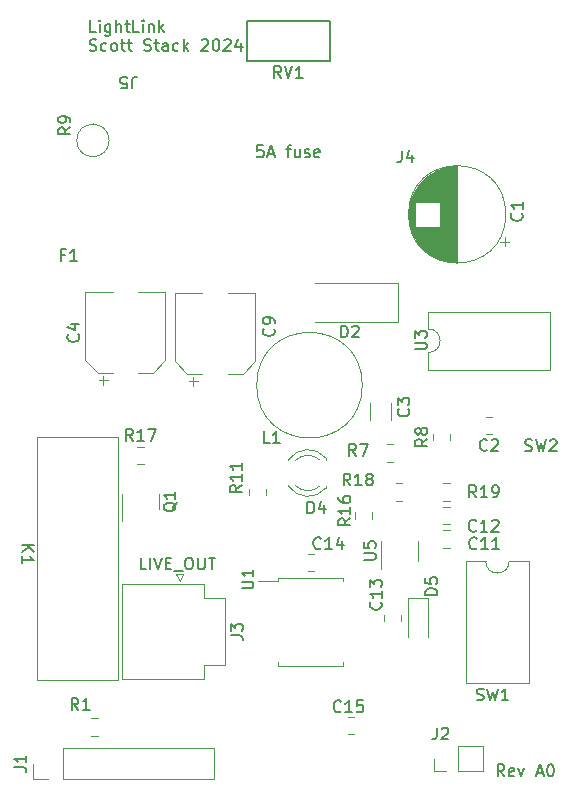
<source format=gto>
%TF.GenerationSoftware,KiCad,Pcbnew,7.0.8*%
%TF.CreationDate,2024-01-29T20:53:27-05:00*%
%TF.ProjectId,lightlink,6c696768-746c-4696-9e6b-2e6b69636164,rev?*%
%TF.SameCoordinates,Original*%
%TF.FileFunction,Legend,Top*%
%TF.FilePolarity,Positive*%
%FSLAX46Y46*%
G04 Gerber Fmt 4.6, Leading zero omitted, Abs format (unit mm)*
G04 Created by KiCad (PCBNEW 7.0.8) date 2024-01-29 20:53:27*
%MOMM*%
%LPD*%
G01*
G04 APERTURE LIST*
%ADD10C,0.150000*%
%ADD11C,0.200000*%
%ADD12C,0.120000*%
%ADD13C,0.100000*%
G04 APERTURE END LIST*
D10*
X123412969Y-117969819D02*
X122936779Y-117969819D01*
X122936779Y-117969819D02*
X122936779Y-116969819D01*
X123746303Y-117969819D02*
X123746303Y-116969819D01*
X124079636Y-116969819D02*
X124412969Y-117969819D01*
X124412969Y-117969819D02*
X124746302Y-116969819D01*
X125079636Y-117446009D02*
X125412969Y-117446009D01*
X125555826Y-117969819D02*
X125079636Y-117969819D01*
X125079636Y-117969819D02*
X125079636Y-116969819D01*
X125079636Y-116969819D02*
X125555826Y-116969819D01*
X125746303Y-118065057D02*
X126508207Y-118065057D01*
X126936779Y-116969819D02*
X127127255Y-116969819D01*
X127127255Y-116969819D02*
X127222493Y-117017438D01*
X127222493Y-117017438D02*
X127317731Y-117112676D01*
X127317731Y-117112676D02*
X127365350Y-117303152D01*
X127365350Y-117303152D02*
X127365350Y-117636485D01*
X127365350Y-117636485D02*
X127317731Y-117826961D01*
X127317731Y-117826961D02*
X127222493Y-117922200D01*
X127222493Y-117922200D02*
X127127255Y-117969819D01*
X127127255Y-117969819D02*
X126936779Y-117969819D01*
X126936779Y-117969819D02*
X126841541Y-117922200D01*
X126841541Y-117922200D02*
X126746303Y-117826961D01*
X126746303Y-117826961D02*
X126698684Y-117636485D01*
X126698684Y-117636485D02*
X126698684Y-117303152D01*
X126698684Y-117303152D02*
X126746303Y-117112676D01*
X126746303Y-117112676D02*
X126841541Y-117017438D01*
X126841541Y-117017438D02*
X126936779Y-116969819D01*
X127793922Y-116969819D02*
X127793922Y-117779342D01*
X127793922Y-117779342D02*
X127841541Y-117874580D01*
X127841541Y-117874580D02*
X127889160Y-117922200D01*
X127889160Y-117922200D02*
X127984398Y-117969819D01*
X127984398Y-117969819D02*
X128174874Y-117969819D01*
X128174874Y-117969819D02*
X128270112Y-117922200D01*
X128270112Y-117922200D02*
X128317731Y-117874580D01*
X128317731Y-117874580D02*
X128365350Y-117779342D01*
X128365350Y-117779342D02*
X128365350Y-116969819D01*
X128698684Y-116969819D02*
X129270112Y-116969819D01*
X128984398Y-117969819D02*
X128984398Y-116969819D01*
X133312969Y-82069819D02*
X132836779Y-82069819D01*
X132836779Y-82069819D02*
X132789160Y-82546009D01*
X132789160Y-82546009D02*
X132836779Y-82498390D01*
X132836779Y-82498390D02*
X132932017Y-82450771D01*
X132932017Y-82450771D02*
X133170112Y-82450771D01*
X133170112Y-82450771D02*
X133265350Y-82498390D01*
X133265350Y-82498390D02*
X133312969Y-82546009D01*
X133312969Y-82546009D02*
X133360588Y-82641247D01*
X133360588Y-82641247D02*
X133360588Y-82879342D01*
X133360588Y-82879342D02*
X133312969Y-82974580D01*
X133312969Y-82974580D02*
X133265350Y-83022200D01*
X133265350Y-83022200D02*
X133170112Y-83069819D01*
X133170112Y-83069819D02*
X132932017Y-83069819D01*
X132932017Y-83069819D02*
X132836779Y-83022200D01*
X132836779Y-83022200D02*
X132789160Y-82974580D01*
X133741541Y-82784104D02*
X134217731Y-82784104D01*
X133646303Y-83069819D02*
X133979636Y-82069819D01*
X133979636Y-82069819D02*
X134312969Y-83069819D01*
X135265351Y-82403152D02*
X135646303Y-82403152D01*
X135408208Y-83069819D02*
X135408208Y-82212676D01*
X135408208Y-82212676D02*
X135455827Y-82117438D01*
X135455827Y-82117438D02*
X135551065Y-82069819D01*
X135551065Y-82069819D02*
X135646303Y-82069819D01*
X136408208Y-82403152D02*
X136408208Y-83069819D01*
X135979637Y-82403152D02*
X135979637Y-82926961D01*
X135979637Y-82926961D02*
X136027256Y-83022200D01*
X136027256Y-83022200D02*
X136122494Y-83069819D01*
X136122494Y-83069819D02*
X136265351Y-83069819D01*
X136265351Y-83069819D02*
X136360589Y-83022200D01*
X136360589Y-83022200D02*
X136408208Y-82974580D01*
X136836780Y-83022200D02*
X136932018Y-83069819D01*
X136932018Y-83069819D02*
X137122494Y-83069819D01*
X137122494Y-83069819D02*
X137217732Y-83022200D01*
X137217732Y-83022200D02*
X137265351Y-82926961D01*
X137265351Y-82926961D02*
X137265351Y-82879342D01*
X137265351Y-82879342D02*
X137217732Y-82784104D01*
X137217732Y-82784104D02*
X137122494Y-82736485D01*
X137122494Y-82736485D02*
X136979637Y-82736485D01*
X136979637Y-82736485D02*
X136884399Y-82688866D01*
X136884399Y-82688866D02*
X136836780Y-82593628D01*
X136836780Y-82593628D02*
X136836780Y-82546009D01*
X136836780Y-82546009D02*
X136884399Y-82450771D01*
X136884399Y-82450771D02*
X136979637Y-82403152D01*
X136979637Y-82403152D02*
X137122494Y-82403152D01*
X137122494Y-82403152D02*
X137217732Y-82450771D01*
X138074875Y-83022200D02*
X137979637Y-83069819D01*
X137979637Y-83069819D02*
X137789161Y-83069819D01*
X137789161Y-83069819D02*
X137693923Y-83022200D01*
X137693923Y-83022200D02*
X137646304Y-82926961D01*
X137646304Y-82926961D02*
X137646304Y-82546009D01*
X137646304Y-82546009D02*
X137693923Y-82450771D01*
X137693923Y-82450771D02*
X137789161Y-82403152D01*
X137789161Y-82403152D02*
X137979637Y-82403152D01*
X137979637Y-82403152D02*
X138074875Y-82450771D01*
X138074875Y-82450771D02*
X138122494Y-82546009D01*
X138122494Y-82546009D02*
X138122494Y-82641247D01*
X138122494Y-82641247D02*
X137646304Y-82736485D01*
D11*
X119145863Y-72457219D02*
X118669673Y-72457219D01*
X118669673Y-72457219D02*
X118669673Y-71457219D01*
X119479197Y-72457219D02*
X119479197Y-71790552D01*
X119479197Y-71457219D02*
X119431578Y-71504838D01*
X119431578Y-71504838D02*
X119479197Y-71552457D01*
X119479197Y-71552457D02*
X119526816Y-71504838D01*
X119526816Y-71504838D02*
X119479197Y-71457219D01*
X119479197Y-71457219D02*
X119479197Y-71552457D01*
X120383958Y-71790552D02*
X120383958Y-72600076D01*
X120383958Y-72600076D02*
X120336339Y-72695314D01*
X120336339Y-72695314D02*
X120288720Y-72742933D01*
X120288720Y-72742933D02*
X120193482Y-72790552D01*
X120193482Y-72790552D02*
X120050625Y-72790552D01*
X120050625Y-72790552D02*
X119955387Y-72742933D01*
X120383958Y-72409600D02*
X120288720Y-72457219D01*
X120288720Y-72457219D02*
X120098244Y-72457219D01*
X120098244Y-72457219D02*
X120003006Y-72409600D01*
X120003006Y-72409600D02*
X119955387Y-72361980D01*
X119955387Y-72361980D02*
X119907768Y-72266742D01*
X119907768Y-72266742D02*
X119907768Y-71981028D01*
X119907768Y-71981028D02*
X119955387Y-71885790D01*
X119955387Y-71885790D02*
X120003006Y-71838171D01*
X120003006Y-71838171D02*
X120098244Y-71790552D01*
X120098244Y-71790552D02*
X120288720Y-71790552D01*
X120288720Y-71790552D02*
X120383958Y-71838171D01*
X120860149Y-72457219D02*
X120860149Y-71457219D01*
X121288720Y-72457219D02*
X121288720Y-71933409D01*
X121288720Y-71933409D02*
X121241101Y-71838171D01*
X121241101Y-71838171D02*
X121145863Y-71790552D01*
X121145863Y-71790552D02*
X121003006Y-71790552D01*
X121003006Y-71790552D02*
X120907768Y-71838171D01*
X120907768Y-71838171D02*
X120860149Y-71885790D01*
X121622054Y-71790552D02*
X122003006Y-71790552D01*
X121764911Y-71457219D02*
X121764911Y-72314361D01*
X121764911Y-72314361D02*
X121812530Y-72409600D01*
X121812530Y-72409600D02*
X121907768Y-72457219D01*
X121907768Y-72457219D02*
X122003006Y-72457219D01*
X122812530Y-72457219D02*
X122336340Y-72457219D01*
X122336340Y-72457219D02*
X122336340Y-71457219D01*
X123145864Y-72457219D02*
X123145864Y-71790552D01*
X123145864Y-71457219D02*
X123098245Y-71504838D01*
X123098245Y-71504838D02*
X123145864Y-71552457D01*
X123145864Y-71552457D02*
X123193483Y-71504838D01*
X123193483Y-71504838D02*
X123145864Y-71457219D01*
X123145864Y-71457219D02*
X123145864Y-71552457D01*
X123622054Y-71790552D02*
X123622054Y-72457219D01*
X123622054Y-71885790D02*
X123669673Y-71838171D01*
X123669673Y-71838171D02*
X123764911Y-71790552D01*
X123764911Y-71790552D02*
X123907768Y-71790552D01*
X123907768Y-71790552D02*
X124003006Y-71838171D01*
X124003006Y-71838171D02*
X124050625Y-71933409D01*
X124050625Y-71933409D02*
X124050625Y-72457219D01*
X124526816Y-72457219D02*
X124526816Y-71457219D01*
X124622054Y-72076266D02*
X124907768Y-72457219D01*
X124907768Y-71790552D02*
X124526816Y-72171504D01*
X118622054Y-74019600D02*
X118764911Y-74067219D01*
X118764911Y-74067219D02*
X119003006Y-74067219D01*
X119003006Y-74067219D02*
X119098244Y-74019600D01*
X119098244Y-74019600D02*
X119145863Y-73971980D01*
X119145863Y-73971980D02*
X119193482Y-73876742D01*
X119193482Y-73876742D02*
X119193482Y-73781504D01*
X119193482Y-73781504D02*
X119145863Y-73686266D01*
X119145863Y-73686266D02*
X119098244Y-73638647D01*
X119098244Y-73638647D02*
X119003006Y-73591028D01*
X119003006Y-73591028D02*
X118812530Y-73543409D01*
X118812530Y-73543409D02*
X118717292Y-73495790D01*
X118717292Y-73495790D02*
X118669673Y-73448171D01*
X118669673Y-73448171D02*
X118622054Y-73352933D01*
X118622054Y-73352933D02*
X118622054Y-73257695D01*
X118622054Y-73257695D02*
X118669673Y-73162457D01*
X118669673Y-73162457D02*
X118717292Y-73114838D01*
X118717292Y-73114838D02*
X118812530Y-73067219D01*
X118812530Y-73067219D02*
X119050625Y-73067219D01*
X119050625Y-73067219D02*
X119193482Y-73114838D01*
X120050625Y-74019600D02*
X119955387Y-74067219D01*
X119955387Y-74067219D02*
X119764911Y-74067219D01*
X119764911Y-74067219D02*
X119669673Y-74019600D01*
X119669673Y-74019600D02*
X119622054Y-73971980D01*
X119622054Y-73971980D02*
X119574435Y-73876742D01*
X119574435Y-73876742D02*
X119574435Y-73591028D01*
X119574435Y-73591028D02*
X119622054Y-73495790D01*
X119622054Y-73495790D02*
X119669673Y-73448171D01*
X119669673Y-73448171D02*
X119764911Y-73400552D01*
X119764911Y-73400552D02*
X119955387Y-73400552D01*
X119955387Y-73400552D02*
X120050625Y-73448171D01*
X120622054Y-74067219D02*
X120526816Y-74019600D01*
X120526816Y-74019600D02*
X120479197Y-73971980D01*
X120479197Y-73971980D02*
X120431578Y-73876742D01*
X120431578Y-73876742D02*
X120431578Y-73591028D01*
X120431578Y-73591028D02*
X120479197Y-73495790D01*
X120479197Y-73495790D02*
X120526816Y-73448171D01*
X120526816Y-73448171D02*
X120622054Y-73400552D01*
X120622054Y-73400552D02*
X120764911Y-73400552D01*
X120764911Y-73400552D02*
X120860149Y-73448171D01*
X120860149Y-73448171D02*
X120907768Y-73495790D01*
X120907768Y-73495790D02*
X120955387Y-73591028D01*
X120955387Y-73591028D02*
X120955387Y-73876742D01*
X120955387Y-73876742D02*
X120907768Y-73971980D01*
X120907768Y-73971980D02*
X120860149Y-74019600D01*
X120860149Y-74019600D02*
X120764911Y-74067219D01*
X120764911Y-74067219D02*
X120622054Y-74067219D01*
X121241102Y-73400552D02*
X121622054Y-73400552D01*
X121383959Y-73067219D02*
X121383959Y-73924361D01*
X121383959Y-73924361D02*
X121431578Y-74019600D01*
X121431578Y-74019600D02*
X121526816Y-74067219D01*
X121526816Y-74067219D02*
X121622054Y-74067219D01*
X121812531Y-73400552D02*
X122193483Y-73400552D01*
X121955388Y-73067219D02*
X121955388Y-73924361D01*
X121955388Y-73924361D02*
X122003007Y-74019600D01*
X122003007Y-74019600D02*
X122098245Y-74067219D01*
X122098245Y-74067219D02*
X122193483Y-74067219D01*
X123241103Y-74019600D02*
X123383960Y-74067219D01*
X123383960Y-74067219D02*
X123622055Y-74067219D01*
X123622055Y-74067219D02*
X123717293Y-74019600D01*
X123717293Y-74019600D02*
X123764912Y-73971980D01*
X123764912Y-73971980D02*
X123812531Y-73876742D01*
X123812531Y-73876742D02*
X123812531Y-73781504D01*
X123812531Y-73781504D02*
X123764912Y-73686266D01*
X123764912Y-73686266D02*
X123717293Y-73638647D01*
X123717293Y-73638647D02*
X123622055Y-73591028D01*
X123622055Y-73591028D02*
X123431579Y-73543409D01*
X123431579Y-73543409D02*
X123336341Y-73495790D01*
X123336341Y-73495790D02*
X123288722Y-73448171D01*
X123288722Y-73448171D02*
X123241103Y-73352933D01*
X123241103Y-73352933D02*
X123241103Y-73257695D01*
X123241103Y-73257695D02*
X123288722Y-73162457D01*
X123288722Y-73162457D02*
X123336341Y-73114838D01*
X123336341Y-73114838D02*
X123431579Y-73067219D01*
X123431579Y-73067219D02*
X123669674Y-73067219D01*
X123669674Y-73067219D02*
X123812531Y-73114838D01*
X124098246Y-73400552D02*
X124479198Y-73400552D01*
X124241103Y-73067219D02*
X124241103Y-73924361D01*
X124241103Y-73924361D02*
X124288722Y-74019600D01*
X124288722Y-74019600D02*
X124383960Y-74067219D01*
X124383960Y-74067219D02*
X124479198Y-74067219D01*
X125241103Y-74067219D02*
X125241103Y-73543409D01*
X125241103Y-73543409D02*
X125193484Y-73448171D01*
X125193484Y-73448171D02*
X125098246Y-73400552D01*
X125098246Y-73400552D02*
X124907770Y-73400552D01*
X124907770Y-73400552D02*
X124812532Y-73448171D01*
X125241103Y-74019600D02*
X125145865Y-74067219D01*
X125145865Y-74067219D02*
X124907770Y-74067219D01*
X124907770Y-74067219D02*
X124812532Y-74019600D01*
X124812532Y-74019600D02*
X124764913Y-73924361D01*
X124764913Y-73924361D02*
X124764913Y-73829123D01*
X124764913Y-73829123D02*
X124812532Y-73733885D01*
X124812532Y-73733885D02*
X124907770Y-73686266D01*
X124907770Y-73686266D02*
X125145865Y-73686266D01*
X125145865Y-73686266D02*
X125241103Y-73638647D01*
X126145865Y-74019600D02*
X126050627Y-74067219D01*
X126050627Y-74067219D02*
X125860151Y-74067219D01*
X125860151Y-74067219D02*
X125764913Y-74019600D01*
X125764913Y-74019600D02*
X125717294Y-73971980D01*
X125717294Y-73971980D02*
X125669675Y-73876742D01*
X125669675Y-73876742D02*
X125669675Y-73591028D01*
X125669675Y-73591028D02*
X125717294Y-73495790D01*
X125717294Y-73495790D02*
X125764913Y-73448171D01*
X125764913Y-73448171D02*
X125860151Y-73400552D01*
X125860151Y-73400552D02*
X126050627Y-73400552D01*
X126050627Y-73400552D02*
X126145865Y-73448171D01*
X126574437Y-74067219D02*
X126574437Y-73067219D01*
X126669675Y-73686266D02*
X126955389Y-74067219D01*
X126955389Y-73400552D02*
X126574437Y-73781504D01*
X128098247Y-73162457D02*
X128145866Y-73114838D01*
X128145866Y-73114838D02*
X128241104Y-73067219D01*
X128241104Y-73067219D02*
X128479199Y-73067219D01*
X128479199Y-73067219D02*
X128574437Y-73114838D01*
X128574437Y-73114838D02*
X128622056Y-73162457D01*
X128622056Y-73162457D02*
X128669675Y-73257695D01*
X128669675Y-73257695D02*
X128669675Y-73352933D01*
X128669675Y-73352933D02*
X128622056Y-73495790D01*
X128622056Y-73495790D02*
X128050628Y-74067219D01*
X128050628Y-74067219D02*
X128669675Y-74067219D01*
X129288723Y-73067219D02*
X129383961Y-73067219D01*
X129383961Y-73067219D02*
X129479199Y-73114838D01*
X129479199Y-73114838D02*
X129526818Y-73162457D01*
X129526818Y-73162457D02*
X129574437Y-73257695D01*
X129574437Y-73257695D02*
X129622056Y-73448171D01*
X129622056Y-73448171D02*
X129622056Y-73686266D01*
X129622056Y-73686266D02*
X129574437Y-73876742D01*
X129574437Y-73876742D02*
X129526818Y-73971980D01*
X129526818Y-73971980D02*
X129479199Y-74019600D01*
X129479199Y-74019600D02*
X129383961Y-74067219D01*
X129383961Y-74067219D02*
X129288723Y-74067219D01*
X129288723Y-74067219D02*
X129193485Y-74019600D01*
X129193485Y-74019600D02*
X129145866Y-73971980D01*
X129145866Y-73971980D02*
X129098247Y-73876742D01*
X129098247Y-73876742D02*
X129050628Y-73686266D01*
X129050628Y-73686266D02*
X129050628Y-73448171D01*
X129050628Y-73448171D02*
X129098247Y-73257695D01*
X129098247Y-73257695D02*
X129145866Y-73162457D01*
X129145866Y-73162457D02*
X129193485Y-73114838D01*
X129193485Y-73114838D02*
X129288723Y-73067219D01*
X130003009Y-73162457D02*
X130050628Y-73114838D01*
X130050628Y-73114838D02*
X130145866Y-73067219D01*
X130145866Y-73067219D02*
X130383961Y-73067219D01*
X130383961Y-73067219D02*
X130479199Y-73114838D01*
X130479199Y-73114838D02*
X130526818Y-73162457D01*
X130526818Y-73162457D02*
X130574437Y-73257695D01*
X130574437Y-73257695D02*
X130574437Y-73352933D01*
X130574437Y-73352933D02*
X130526818Y-73495790D01*
X130526818Y-73495790D02*
X129955390Y-74067219D01*
X129955390Y-74067219D02*
X130574437Y-74067219D01*
X131431580Y-73400552D02*
X131431580Y-74067219D01*
X131193485Y-73019600D02*
X130955390Y-73733885D01*
X130955390Y-73733885D02*
X131574437Y-73733885D01*
X153741101Y-135467219D02*
X153407768Y-134991028D01*
X153169673Y-135467219D02*
X153169673Y-134467219D01*
X153169673Y-134467219D02*
X153550625Y-134467219D01*
X153550625Y-134467219D02*
X153645863Y-134514838D01*
X153645863Y-134514838D02*
X153693482Y-134562457D01*
X153693482Y-134562457D02*
X153741101Y-134657695D01*
X153741101Y-134657695D02*
X153741101Y-134800552D01*
X153741101Y-134800552D02*
X153693482Y-134895790D01*
X153693482Y-134895790D02*
X153645863Y-134943409D01*
X153645863Y-134943409D02*
X153550625Y-134991028D01*
X153550625Y-134991028D02*
X153169673Y-134991028D01*
X154550625Y-135419600D02*
X154455387Y-135467219D01*
X154455387Y-135467219D02*
X154264911Y-135467219D01*
X154264911Y-135467219D02*
X154169673Y-135419600D01*
X154169673Y-135419600D02*
X154122054Y-135324361D01*
X154122054Y-135324361D02*
X154122054Y-134943409D01*
X154122054Y-134943409D02*
X154169673Y-134848171D01*
X154169673Y-134848171D02*
X154264911Y-134800552D01*
X154264911Y-134800552D02*
X154455387Y-134800552D01*
X154455387Y-134800552D02*
X154550625Y-134848171D01*
X154550625Y-134848171D02*
X154598244Y-134943409D01*
X154598244Y-134943409D02*
X154598244Y-135038647D01*
X154598244Y-135038647D02*
X154122054Y-135133885D01*
X154931578Y-134800552D02*
X155169673Y-135467219D01*
X155169673Y-135467219D02*
X155407768Y-134800552D01*
X156503007Y-135181504D02*
X156979197Y-135181504D01*
X156407769Y-135467219D02*
X156741102Y-134467219D01*
X156741102Y-134467219D02*
X157074435Y-135467219D01*
X157598245Y-134467219D02*
X157693483Y-134467219D01*
X157693483Y-134467219D02*
X157788721Y-134514838D01*
X157788721Y-134514838D02*
X157836340Y-134562457D01*
X157836340Y-134562457D02*
X157883959Y-134657695D01*
X157883959Y-134657695D02*
X157931578Y-134848171D01*
X157931578Y-134848171D02*
X157931578Y-135086266D01*
X157931578Y-135086266D02*
X157883959Y-135276742D01*
X157883959Y-135276742D02*
X157836340Y-135371980D01*
X157836340Y-135371980D02*
X157788721Y-135419600D01*
X157788721Y-135419600D02*
X157693483Y-135467219D01*
X157693483Y-135467219D02*
X157598245Y-135467219D01*
X157598245Y-135467219D02*
X157503007Y-135419600D01*
X157503007Y-135419600D02*
X157455388Y-135371980D01*
X157455388Y-135371980D02*
X157407769Y-135276742D01*
X157407769Y-135276742D02*
X157360150Y-135086266D01*
X157360150Y-135086266D02*
X157360150Y-134848171D01*
X157360150Y-134848171D02*
X157407769Y-134657695D01*
X157407769Y-134657695D02*
X157455388Y-134562457D01*
X157455388Y-134562457D02*
X157503007Y-134514838D01*
X157503007Y-134514838D02*
X157598245Y-134467219D01*
D10*
X117649580Y-98066666D02*
X117697200Y-98114285D01*
X117697200Y-98114285D02*
X117744819Y-98257142D01*
X117744819Y-98257142D02*
X117744819Y-98352380D01*
X117744819Y-98352380D02*
X117697200Y-98495237D01*
X117697200Y-98495237D02*
X117601961Y-98590475D01*
X117601961Y-98590475D02*
X117506723Y-98638094D01*
X117506723Y-98638094D02*
X117316247Y-98685713D01*
X117316247Y-98685713D02*
X117173390Y-98685713D01*
X117173390Y-98685713D02*
X116982914Y-98638094D01*
X116982914Y-98638094D02*
X116887676Y-98590475D01*
X116887676Y-98590475D02*
X116792438Y-98495237D01*
X116792438Y-98495237D02*
X116744819Y-98352380D01*
X116744819Y-98352380D02*
X116744819Y-98257142D01*
X116744819Y-98257142D02*
X116792438Y-98114285D01*
X116792438Y-98114285D02*
X116840057Y-98066666D01*
X117078152Y-97209523D02*
X117744819Y-97209523D01*
X116697200Y-97447618D02*
X117411485Y-97685713D01*
X117411485Y-97685713D02*
X117411485Y-97066666D01*
X116506666Y-91331009D02*
X116173333Y-91331009D01*
X116173333Y-91854819D02*
X116173333Y-90854819D01*
X116173333Y-90854819D02*
X116649523Y-90854819D01*
X117554285Y-91854819D02*
X116982857Y-91854819D01*
X117268571Y-91854819D02*
X117268571Y-90854819D01*
X117268571Y-90854819D02*
X117173333Y-90997676D01*
X117173333Y-90997676D02*
X117078095Y-91092914D01*
X117078095Y-91092914D02*
X116982857Y-91140533D01*
X131494819Y-110842857D02*
X131018628Y-111176190D01*
X131494819Y-111414285D02*
X130494819Y-111414285D01*
X130494819Y-111414285D02*
X130494819Y-111033333D01*
X130494819Y-111033333D02*
X130542438Y-110938095D01*
X130542438Y-110938095D02*
X130590057Y-110890476D01*
X130590057Y-110890476D02*
X130685295Y-110842857D01*
X130685295Y-110842857D02*
X130828152Y-110842857D01*
X130828152Y-110842857D02*
X130923390Y-110890476D01*
X130923390Y-110890476D02*
X130971009Y-110938095D01*
X130971009Y-110938095D02*
X131018628Y-111033333D01*
X131018628Y-111033333D02*
X131018628Y-111414285D01*
X131494819Y-109890476D02*
X131494819Y-110461904D01*
X131494819Y-110176190D02*
X130494819Y-110176190D01*
X130494819Y-110176190D02*
X130637676Y-110271428D01*
X130637676Y-110271428D02*
X130732914Y-110366666D01*
X130732914Y-110366666D02*
X130780533Y-110461904D01*
X131494819Y-108938095D02*
X131494819Y-109509523D01*
X131494819Y-109223809D02*
X130494819Y-109223809D01*
X130494819Y-109223809D02*
X130637676Y-109319047D01*
X130637676Y-109319047D02*
X130732914Y-109414285D01*
X130732914Y-109414285D02*
X130780533Y-109509523D01*
X151357142Y-114659580D02*
X151309523Y-114707200D01*
X151309523Y-114707200D02*
X151166666Y-114754819D01*
X151166666Y-114754819D02*
X151071428Y-114754819D01*
X151071428Y-114754819D02*
X150928571Y-114707200D01*
X150928571Y-114707200D02*
X150833333Y-114611961D01*
X150833333Y-114611961D02*
X150785714Y-114516723D01*
X150785714Y-114516723D02*
X150738095Y-114326247D01*
X150738095Y-114326247D02*
X150738095Y-114183390D01*
X150738095Y-114183390D02*
X150785714Y-113992914D01*
X150785714Y-113992914D02*
X150833333Y-113897676D01*
X150833333Y-113897676D02*
X150928571Y-113802438D01*
X150928571Y-113802438D02*
X151071428Y-113754819D01*
X151071428Y-113754819D02*
X151166666Y-113754819D01*
X151166666Y-113754819D02*
X151309523Y-113802438D01*
X151309523Y-113802438D02*
X151357142Y-113850057D01*
X152309523Y-114754819D02*
X151738095Y-114754819D01*
X152023809Y-114754819D02*
X152023809Y-113754819D01*
X152023809Y-113754819D02*
X151928571Y-113897676D01*
X151928571Y-113897676D02*
X151833333Y-113992914D01*
X151833333Y-113992914D02*
X151738095Y-114040533D01*
X152690476Y-113850057D02*
X152738095Y-113802438D01*
X152738095Y-113802438D02*
X152833333Y-113754819D01*
X152833333Y-113754819D02*
X153071428Y-113754819D01*
X153071428Y-113754819D02*
X153166666Y-113802438D01*
X153166666Y-113802438D02*
X153214285Y-113850057D01*
X153214285Y-113850057D02*
X153261904Y-113945295D01*
X153261904Y-113945295D02*
X153261904Y-114040533D01*
X153261904Y-114040533D02*
X153214285Y-114183390D01*
X153214285Y-114183390D02*
X152642857Y-114754819D01*
X152642857Y-114754819D02*
X153261904Y-114754819D01*
X151397142Y-116159580D02*
X151349523Y-116207200D01*
X151349523Y-116207200D02*
X151206666Y-116254819D01*
X151206666Y-116254819D02*
X151111428Y-116254819D01*
X151111428Y-116254819D02*
X150968571Y-116207200D01*
X150968571Y-116207200D02*
X150873333Y-116111961D01*
X150873333Y-116111961D02*
X150825714Y-116016723D01*
X150825714Y-116016723D02*
X150778095Y-115826247D01*
X150778095Y-115826247D02*
X150778095Y-115683390D01*
X150778095Y-115683390D02*
X150825714Y-115492914D01*
X150825714Y-115492914D02*
X150873333Y-115397676D01*
X150873333Y-115397676D02*
X150968571Y-115302438D01*
X150968571Y-115302438D02*
X151111428Y-115254819D01*
X151111428Y-115254819D02*
X151206666Y-115254819D01*
X151206666Y-115254819D02*
X151349523Y-115302438D01*
X151349523Y-115302438D02*
X151397142Y-115350057D01*
X152349523Y-116254819D02*
X151778095Y-116254819D01*
X152063809Y-116254819D02*
X152063809Y-115254819D01*
X152063809Y-115254819D02*
X151968571Y-115397676D01*
X151968571Y-115397676D02*
X151873333Y-115492914D01*
X151873333Y-115492914D02*
X151778095Y-115540533D01*
X153301904Y-116254819D02*
X152730476Y-116254819D01*
X153016190Y-116254819D02*
X153016190Y-115254819D01*
X153016190Y-115254819D02*
X152920952Y-115397676D01*
X152920952Y-115397676D02*
X152825714Y-115492914D01*
X152825714Y-115492914D02*
X152730476Y-115540533D01*
X134199580Y-97566666D02*
X134247200Y-97614285D01*
X134247200Y-97614285D02*
X134294819Y-97757142D01*
X134294819Y-97757142D02*
X134294819Y-97852380D01*
X134294819Y-97852380D02*
X134247200Y-97995237D01*
X134247200Y-97995237D02*
X134151961Y-98090475D01*
X134151961Y-98090475D02*
X134056723Y-98138094D01*
X134056723Y-98138094D02*
X133866247Y-98185713D01*
X133866247Y-98185713D02*
X133723390Y-98185713D01*
X133723390Y-98185713D02*
X133532914Y-98138094D01*
X133532914Y-98138094D02*
X133437676Y-98090475D01*
X133437676Y-98090475D02*
X133342438Y-97995237D01*
X133342438Y-97995237D02*
X133294819Y-97852380D01*
X133294819Y-97852380D02*
X133294819Y-97757142D01*
X133294819Y-97757142D02*
X133342438Y-97614285D01*
X133342438Y-97614285D02*
X133390057Y-97566666D01*
X134294819Y-97090475D02*
X134294819Y-96899999D01*
X134294819Y-96899999D02*
X134247200Y-96804761D01*
X134247200Y-96804761D02*
X134199580Y-96757142D01*
X134199580Y-96757142D02*
X134056723Y-96661904D01*
X134056723Y-96661904D02*
X133866247Y-96614285D01*
X133866247Y-96614285D02*
X133485295Y-96614285D01*
X133485295Y-96614285D02*
X133390057Y-96661904D01*
X133390057Y-96661904D02*
X133342438Y-96709523D01*
X133342438Y-96709523D02*
X133294819Y-96804761D01*
X133294819Y-96804761D02*
X133294819Y-96995237D01*
X133294819Y-96995237D02*
X133342438Y-97090475D01*
X133342438Y-97090475D02*
X133390057Y-97138094D01*
X133390057Y-97138094D02*
X133485295Y-97185713D01*
X133485295Y-97185713D02*
X133723390Y-97185713D01*
X133723390Y-97185713D02*
X133818628Y-97138094D01*
X133818628Y-97138094D02*
X133866247Y-97090475D01*
X133866247Y-97090475D02*
X133913866Y-96995237D01*
X133913866Y-96995237D02*
X133913866Y-96804761D01*
X133913866Y-96804761D02*
X133866247Y-96709523D01*
X133866247Y-96709523D02*
X133818628Y-96661904D01*
X133818628Y-96661904D02*
X133723390Y-96614285D01*
X145031666Y-82504819D02*
X145031666Y-83219104D01*
X145031666Y-83219104D02*
X144984047Y-83361961D01*
X144984047Y-83361961D02*
X144888809Y-83457200D01*
X144888809Y-83457200D02*
X144745952Y-83504819D01*
X144745952Y-83504819D02*
X144650714Y-83504819D01*
X145936428Y-82838152D02*
X145936428Y-83504819D01*
X145698333Y-82457200D02*
X145460238Y-83171485D01*
X145460238Y-83171485D02*
X146079285Y-83171485D01*
X137061905Y-113214819D02*
X137061905Y-112214819D01*
X137061905Y-112214819D02*
X137300000Y-112214819D01*
X137300000Y-112214819D02*
X137442857Y-112262438D01*
X137442857Y-112262438D02*
X137538095Y-112357676D01*
X137538095Y-112357676D02*
X137585714Y-112452914D01*
X137585714Y-112452914D02*
X137633333Y-112643390D01*
X137633333Y-112643390D02*
X137633333Y-112786247D01*
X137633333Y-112786247D02*
X137585714Y-112976723D01*
X137585714Y-112976723D02*
X137538095Y-113071961D01*
X137538095Y-113071961D02*
X137442857Y-113167200D01*
X137442857Y-113167200D02*
X137300000Y-113214819D01*
X137300000Y-113214819D02*
X137061905Y-113214819D01*
X138490476Y-112548152D02*
X138490476Y-113214819D01*
X138252381Y-112167200D02*
X138014286Y-112881485D01*
X138014286Y-112881485D02*
X138633333Y-112881485D01*
X125990057Y-112295238D02*
X125942438Y-112390476D01*
X125942438Y-112390476D02*
X125847200Y-112485714D01*
X125847200Y-112485714D02*
X125704342Y-112628571D01*
X125704342Y-112628571D02*
X125656723Y-112723809D01*
X125656723Y-112723809D02*
X125656723Y-112819047D01*
X125894819Y-112771428D02*
X125847200Y-112866666D01*
X125847200Y-112866666D02*
X125751961Y-112961904D01*
X125751961Y-112961904D02*
X125561485Y-113009523D01*
X125561485Y-113009523D02*
X125228152Y-113009523D01*
X125228152Y-113009523D02*
X125037676Y-112961904D01*
X125037676Y-112961904D02*
X124942438Y-112866666D01*
X124942438Y-112866666D02*
X124894819Y-112771428D01*
X124894819Y-112771428D02*
X124894819Y-112580952D01*
X124894819Y-112580952D02*
X124942438Y-112485714D01*
X124942438Y-112485714D02*
X125037676Y-112390476D01*
X125037676Y-112390476D02*
X125228152Y-112342857D01*
X125228152Y-112342857D02*
X125561485Y-112342857D01*
X125561485Y-112342857D02*
X125751961Y-112390476D01*
X125751961Y-112390476D02*
X125847200Y-112485714D01*
X125847200Y-112485714D02*
X125894819Y-112580952D01*
X125894819Y-112580952D02*
X125894819Y-112771428D01*
X125894819Y-111390476D02*
X125894819Y-111961904D01*
X125894819Y-111676190D02*
X124894819Y-111676190D01*
X124894819Y-111676190D02*
X125037676Y-111771428D01*
X125037676Y-111771428D02*
X125132914Y-111866666D01*
X125132914Y-111866666D02*
X125180533Y-111961904D01*
X151406667Y-129007200D02*
X151549524Y-129054819D01*
X151549524Y-129054819D02*
X151787619Y-129054819D01*
X151787619Y-129054819D02*
X151882857Y-129007200D01*
X151882857Y-129007200D02*
X151930476Y-128959580D01*
X151930476Y-128959580D02*
X151978095Y-128864342D01*
X151978095Y-128864342D02*
X151978095Y-128769104D01*
X151978095Y-128769104D02*
X151930476Y-128673866D01*
X151930476Y-128673866D02*
X151882857Y-128626247D01*
X151882857Y-128626247D02*
X151787619Y-128578628D01*
X151787619Y-128578628D02*
X151597143Y-128531009D01*
X151597143Y-128531009D02*
X151501905Y-128483390D01*
X151501905Y-128483390D02*
X151454286Y-128435771D01*
X151454286Y-128435771D02*
X151406667Y-128340533D01*
X151406667Y-128340533D02*
X151406667Y-128245295D01*
X151406667Y-128245295D02*
X151454286Y-128150057D01*
X151454286Y-128150057D02*
X151501905Y-128102438D01*
X151501905Y-128102438D02*
X151597143Y-128054819D01*
X151597143Y-128054819D02*
X151835238Y-128054819D01*
X151835238Y-128054819D02*
X151978095Y-128102438D01*
X152311429Y-128054819D02*
X152549524Y-129054819D01*
X152549524Y-129054819D02*
X152740000Y-128340533D01*
X152740000Y-128340533D02*
X152930476Y-129054819D01*
X152930476Y-129054819D02*
X153168572Y-128054819D01*
X154073333Y-129054819D02*
X153501905Y-129054819D01*
X153787619Y-129054819D02*
X153787619Y-128054819D01*
X153787619Y-128054819D02*
X153692381Y-128197676D01*
X153692381Y-128197676D02*
X153597143Y-128292914D01*
X153597143Y-128292914D02*
X153501905Y-128340533D01*
X151357142Y-111854819D02*
X151023809Y-111378628D01*
X150785714Y-111854819D02*
X150785714Y-110854819D01*
X150785714Y-110854819D02*
X151166666Y-110854819D01*
X151166666Y-110854819D02*
X151261904Y-110902438D01*
X151261904Y-110902438D02*
X151309523Y-110950057D01*
X151309523Y-110950057D02*
X151357142Y-111045295D01*
X151357142Y-111045295D02*
X151357142Y-111188152D01*
X151357142Y-111188152D02*
X151309523Y-111283390D01*
X151309523Y-111283390D02*
X151261904Y-111331009D01*
X151261904Y-111331009D02*
X151166666Y-111378628D01*
X151166666Y-111378628D02*
X150785714Y-111378628D01*
X152309523Y-111854819D02*
X151738095Y-111854819D01*
X152023809Y-111854819D02*
X152023809Y-110854819D01*
X152023809Y-110854819D02*
X151928571Y-110997676D01*
X151928571Y-110997676D02*
X151833333Y-111092914D01*
X151833333Y-111092914D02*
X151738095Y-111140533D01*
X152785714Y-111854819D02*
X152976190Y-111854819D01*
X152976190Y-111854819D02*
X153071428Y-111807200D01*
X153071428Y-111807200D02*
X153119047Y-111759580D01*
X153119047Y-111759580D02*
X153214285Y-111616723D01*
X153214285Y-111616723D02*
X153261904Y-111426247D01*
X153261904Y-111426247D02*
X153261904Y-111045295D01*
X153261904Y-111045295D02*
X153214285Y-110950057D01*
X153214285Y-110950057D02*
X153166666Y-110902438D01*
X153166666Y-110902438D02*
X153071428Y-110854819D01*
X153071428Y-110854819D02*
X152880952Y-110854819D01*
X152880952Y-110854819D02*
X152785714Y-110902438D01*
X152785714Y-110902438D02*
X152738095Y-110950057D01*
X152738095Y-110950057D02*
X152690476Y-111045295D01*
X152690476Y-111045295D02*
X152690476Y-111283390D01*
X152690476Y-111283390D02*
X152738095Y-111378628D01*
X152738095Y-111378628D02*
X152785714Y-111426247D01*
X152785714Y-111426247D02*
X152880952Y-111473866D01*
X152880952Y-111473866D02*
X153071428Y-111473866D01*
X153071428Y-111473866D02*
X153166666Y-111426247D01*
X153166666Y-111426247D02*
X153214285Y-111378628D01*
X153214285Y-111378628D02*
X153261904Y-111283390D01*
X145599580Y-104366666D02*
X145647200Y-104414285D01*
X145647200Y-104414285D02*
X145694819Y-104557142D01*
X145694819Y-104557142D02*
X145694819Y-104652380D01*
X145694819Y-104652380D02*
X145647200Y-104795237D01*
X145647200Y-104795237D02*
X145551961Y-104890475D01*
X145551961Y-104890475D02*
X145456723Y-104938094D01*
X145456723Y-104938094D02*
X145266247Y-104985713D01*
X145266247Y-104985713D02*
X145123390Y-104985713D01*
X145123390Y-104985713D02*
X144932914Y-104938094D01*
X144932914Y-104938094D02*
X144837676Y-104890475D01*
X144837676Y-104890475D02*
X144742438Y-104795237D01*
X144742438Y-104795237D02*
X144694819Y-104652380D01*
X144694819Y-104652380D02*
X144694819Y-104557142D01*
X144694819Y-104557142D02*
X144742438Y-104414285D01*
X144742438Y-104414285D02*
X144790057Y-104366666D01*
X144694819Y-104033332D02*
X144694819Y-103414285D01*
X144694819Y-103414285D02*
X145075771Y-103747618D01*
X145075771Y-103747618D02*
X145075771Y-103604761D01*
X145075771Y-103604761D02*
X145123390Y-103509523D01*
X145123390Y-103509523D02*
X145171009Y-103461904D01*
X145171009Y-103461904D02*
X145266247Y-103414285D01*
X145266247Y-103414285D02*
X145504342Y-103414285D01*
X145504342Y-103414285D02*
X145599580Y-103461904D01*
X145599580Y-103461904D02*
X145647200Y-103509523D01*
X145647200Y-103509523D02*
X145694819Y-103604761D01*
X145694819Y-103604761D02*
X145694819Y-103890475D01*
X145694819Y-103890475D02*
X145647200Y-103985713D01*
X145647200Y-103985713D02*
X145599580Y-104033332D01*
X155199580Y-87816666D02*
X155247200Y-87864285D01*
X155247200Y-87864285D02*
X155294819Y-88007142D01*
X155294819Y-88007142D02*
X155294819Y-88102380D01*
X155294819Y-88102380D02*
X155247200Y-88245237D01*
X155247200Y-88245237D02*
X155151961Y-88340475D01*
X155151961Y-88340475D02*
X155056723Y-88388094D01*
X155056723Y-88388094D02*
X154866247Y-88435713D01*
X154866247Y-88435713D02*
X154723390Y-88435713D01*
X154723390Y-88435713D02*
X154532914Y-88388094D01*
X154532914Y-88388094D02*
X154437676Y-88340475D01*
X154437676Y-88340475D02*
X154342438Y-88245237D01*
X154342438Y-88245237D02*
X154294819Y-88102380D01*
X154294819Y-88102380D02*
X154294819Y-88007142D01*
X154294819Y-88007142D02*
X154342438Y-87864285D01*
X154342438Y-87864285D02*
X154390057Y-87816666D01*
X155294819Y-86864285D02*
X155294819Y-87435713D01*
X155294819Y-87149999D02*
X154294819Y-87149999D01*
X154294819Y-87149999D02*
X154437676Y-87245237D01*
X154437676Y-87245237D02*
X154532914Y-87340475D01*
X154532914Y-87340475D02*
X154580533Y-87435713D01*
X139897142Y-129959580D02*
X139849523Y-130007200D01*
X139849523Y-130007200D02*
X139706666Y-130054819D01*
X139706666Y-130054819D02*
X139611428Y-130054819D01*
X139611428Y-130054819D02*
X139468571Y-130007200D01*
X139468571Y-130007200D02*
X139373333Y-129911961D01*
X139373333Y-129911961D02*
X139325714Y-129816723D01*
X139325714Y-129816723D02*
X139278095Y-129626247D01*
X139278095Y-129626247D02*
X139278095Y-129483390D01*
X139278095Y-129483390D02*
X139325714Y-129292914D01*
X139325714Y-129292914D02*
X139373333Y-129197676D01*
X139373333Y-129197676D02*
X139468571Y-129102438D01*
X139468571Y-129102438D02*
X139611428Y-129054819D01*
X139611428Y-129054819D02*
X139706666Y-129054819D01*
X139706666Y-129054819D02*
X139849523Y-129102438D01*
X139849523Y-129102438D02*
X139897142Y-129150057D01*
X140849523Y-130054819D02*
X140278095Y-130054819D01*
X140563809Y-130054819D02*
X140563809Y-129054819D01*
X140563809Y-129054819D02*
X140468571Y-129197676D01*
X140468571Y-129197676D02*
X140373333Y-129292914D01*
X140373333Y-129292914D02*
X140278095Y-129340533D01*
X141754285Y-129054819D02*
X141278095Y-129054819D01*
X141278095Y-129054819D02*
X141230476Y-129531009D01*
X141230476Y-129531009D02*
X141278095Y-129483390D01*
X141278095Y-129483390D02*
X141373333Y-129435771D01*
X141373333Y-129435771D02*
X141611428Y-129435771D01*
X141611428Y-129435771D02*
X141706666Y-129483390D01*
X141706666Y-129483390D02*
X141754285Y-129531009D01*
X141754285Y-129531009D02*
X141801904Y-129626247D01*
X141801904Y-129626247D02*
X141801904Y-129864342D01*
X141801904Y-129864342D02*
X141754285Y-129959580D01*
X141754285Y-129959580D02*
X141706666Y-130007200D01*
X141706666Y-130007200D02*
X141611428Y-130054819D01*
X141611428Y-130054819D02*
X141373333Y-130054819D01*
X141373333Y-130054819D02*
X141278095Y-130007200D01*
X141278095Y-130007200D02*
X141230476Y-129959580D01*
X148006666Y-131354819D02*
X148006666Y-132069104D01*
X148006666Y-132069104D02*
X147959047Y-132211961D01*
X147959047Y-132211961D02*
X147863809Y-132307200D01*
X147863809Y-132307200D02*
X147720952Y-132354819D01*
X147720952Y-132354819D02*
X147625714Y-132354819D01*
X148435238Y-131450057D02*
X148482857Y-131402438D01*
X148482857Y-131402438D02*
X148578095Y-131354819D01*
X148578095Y-131354819D02*
X148816190Y-131354819D01*
X148816190Y-131354819D02*
X148911428Y-131402438D01*
X148911428Y-131402438D02*
X148959047Y-131450057D01*
X148959047Y-131450057D02*
X149006666Y-131545295D01*
X149006666Y-131545295D02*
X149006666Y-131640533D01*
X149006666Y-131640533D02*
X148959047Y-131783390D01*
X148959047Y-131783390D02*
X148387619Y-132354819D01*
X148387619Y-132354819D02*
X149006666Y-132354819D01*
X122233333Y-77245180D02*
X122233333Y-76530895D01*
X122233333Y-76530895D02*
X122280952Y-76388038D01*
X122280952Y-76388038D02*
X122376190Y-76292800D01*
X122376190Y-76292800D02*
X122519047Y-76245180D01*
X122519047Y-76245180D02*
X122614285Y-76245180D01*
X121280952Y-77245180D02*
X121757142Y-77245180D01*
X121757142Y-77245180D02*
X121804761Y-76768990D01*
X121804761Y-76768990D02*
X121757142Y-76816609D01*
X121757142Y-76816609D02*
X121661904Y-76864228D01*
X121661904Y-76864228D02*
X121423809Y-76864228D01*
X121423809Y-76864228D02*
X121328571Y-76816609D01*
X121328571Y-76816609D02*
X121280952Y-76768990D01*
X121280952Y-76768990D02*
X121233333Y-76673752D01*
X121233333Y-76673752D02*
X121233333Y-76435657D01*
X121233333Y-76435657D02*
X121280952Y-76340419D01*
X121280952Y-76340419D02*
X121328571Y-76292800D01*
X121328571Y-76292800D02*
X121423809Y-76245180D01*
X121423809Y-76245180D02*
X121661904Y-76245180D01*
X121661904Y-76245180D02*
X121757142Y-76292800D01*
X121757142Y-76292800D02*
X121804761Y-76340419D01*
X140697142Y-110854819D02*
X140363809Y-110378628D01*
X140125714Y-110854819D02*
X140125714Y-109854819D01*
X140125714Y-109854819D02*
X140506666Y-109854819D01*
X140506666Y-109854819D02*
X140601904Y-109902438D01*
X140601904Y-109902438D02*
X140649523Y-109950057D01*
X140649523Y-109950057D02*
X140697142Y-110045295D01*
X140697142Y-110045295D02*
X140697142Y-110188152D01*
X140697142Y-110188152D02*
X140649523Y-110283390D01*
X140649523Y-110283390D02*
X140601904Y-110331009D01*
X140601904Y-110331009D02*
X140506666Y-110378628D01*
X140506666Y-110378628D02*
X140125714Y-110378628D01*
X141649523Y-110854819D02*
X141078095Y-110854819D01*
X141363809Y-110854819D02*
X141363809Y-109854819D01*
X141363809Y-109854819D02*
X141268571Y-109997676D01*
X141268571Y-109997676D02*
X141173333Y-110092914D01*
X141173333Y-110092914D02*
X141078095Y-110140533D01*
X142220952Y-110283390D02*
X142125714Y-110235771D01*
X142125714Y-110235771D02*
X142078095Y-110188152D01*
X142078095Y-110188152D02*
X142030476Y-110092914D01*
X142030476Y-110092914D02*
X142030476Y-110045295D01*
X142030476Y-110045295D02*
X142078095Y-109950057D01*
X142078095Y-109950057D02*
X142125714Y-109902438D01*
X142125714Y-109902438D02*
X142220952Y-109854819D01*
X142220952Y-109854819D02*
X142411428Y-109854819D01*
X142411428Y-109854819D02*
X142506666Y-109902438D01*
X142506666Y-109902438D02*
X142554285Y-109950057D01*
X142554285Y-109950057D02*
X142601904Y-110045295D01*
X142601904Y-110045295D02*
X142601904Y-110092914D01*
X142601904Y-110092914D02*
X142554285Y-110188152D01*
X142554285Y-110188152D02*
X142506666Y-110235771D01*
X142506666Y-110235771D02*
X142411428Y-110283390D01*
X142411428Y-110283390D02*
X142220952Y-110283390D01*
X142220952Y-110283390D02*
X142125714Y-110331009D01*
X142125714Y-110331009D02*
X142078095Y-110378628D01*
X142078095Y-110378628D02*
X142030476Y-110473866D01*
X142030476Y-110473866D02*
X142030476Y-110664342D01*
X142030476Y-110664342D02*
X142078095Y-110759580D01*
X142078095Y-110759580D02*
X142125714Y-110807200D01*
X142125714Y-110807200D02*
X142220952Y-110854819D01*
X142220952Y-110854819D02*
X142411428Y-110854819D01*
X142411428Y-110854819D02*
X142506666Y-110807200D01*
X142506666Y-110807200D02*
X142554285Y-110759580D01*
X142554285Y-110759580D02*
X142601904Y-110664342D01*
X142601904Y-110664342D02*
X142601904Y-110473866D01*
X142601904Y-110473866D02*
X142554285Y-110378628D01*
X142554285Y-110378628D02*
X142506666Y-110331009D01*
X142506666Y-110331009D02*
X142411428Y-110283390D01*
X134844761Y-76354819D02*
X134511428Y-75878628D01*
X134273333Y-76354819D02*
X134273333Y-75354819D01*
X134273333Y-75354819D02*
X134654285Y-75354819D01*
X134654285Y-75354819D02*
X134749523Y-75402438D01*
X134749523Y-75402438D02*
X134797142Y-75450057D01*
X134797142Y-75450057D02*
X134844761Y-75545295D01*
X134844761Y-75545295D02*
X134844761Y-75688152D01*
X134844761Y-75688152D02*
X134797142Y-75783390D01*
X134797142Y-75783390D02*
X134749523Y-75831009D01*
X134749523Y-75831009D02*
X134654285Y-75878628D01*
X134654285Y-75878628D02*
X134273333Y-75878628D01*
X135130476Y-75354819D02*
X135463809Y-76354819D01*
X135463809Y-76354819D02*
X135797142Y-75354819D01*
X136654285Y-76354819D02*
X136082857Y-76354819D01*
X136368571Y-76354819D02*
X136368571Y-75354819D01*
X136368571Y-75354819D02*
X136273333Y-75497676D01*
X136273333Y-75497676D02*
X136178095Y-75592914D01*
X136178095Y-75592914D02*
X136082857Y-75640533D01*
X147214819Y-106929166D02*
X146738628Y-107262499D01*
X147214819Y-107500594D02*
X146214819Y-107500594D01*
X146214819Y-107500594D02*
X146214819Y-107119642D01*
X146214819Y-107119642D02*
X146262438Y-107024404D01*
X146262438Y-107024404D02*
X146310057Y-106976785D01*
X146310057Y-106976785D02*
X146405295Y-106929166D01*
X146405295Y-106929166D02*
X146548152Y-106929166D01*
X146548152Y-106929166D02*
X146643390Y-106976785D01*
X146643390Y-106976785D02*
X146691009Y-107024404D01*
X146691009Y-107024404D02*
X146738628Y-107119642D01*
X146738628Y-107119642D02*
X146738628Y-107500594D01*
X146643390Y-106357737D02*
X146595771Y-106452975D01*
X146595771Y-106452975D02*
X146548152Y-106500594D01*
X146548152Y-106500594D02*
X146452914Y-106548213D01*
X146452914Y-106548213D02*
X146405295Y-106548213D01*
X146405295Y-106548213D02*
X146310057Y-106500594D01*
X146310057Y-106500594D02*
X146262438Y-106452975D01*
X146262438Y-106452975D02*
X146214819Y-106357737D01*
X146214819Y-106357737D02*
X146214819Y-106167261D01*
X146214819Y-106167261D02*
X146262438Y-106072023D01*
X146262438Y-106072023D02*
X146310057Y-106024404D01*
X146310057Y-106024404D02*
X146405295Y-105976785D01*
X146405295Y-105976785D02*
X146452914Y-105976785D01*
X146452914Y-105976785D02*
X146548152Y-106024404D01*
X146548152Y-106024404D02*
X146595771Y-106072023D01*
X146595771Y-106072023D02*
X146643390Y-106167261D01*
X146643390Y-106167261D02*
X146643390Y-106357737D01*
X146643390Y-106357737D02*
X146691009Y-106452975D01*
X146691009Y-106452975D02*
X146738628Y-106500594D01*
X146738628Y-106500594D02*
X146833866Y-106548213D01*
X146833866Y-106548213D02*
X147024342Y-106548213D01*
X147024342Y-106548213D02*
X147119580Y-106500594D01*
X147119580Y-106500594D02*
X147167200Y-106452975D01*
X147167200Y-106452975D02*
X147214819Y-106357737D01*
X147214819Y-106357737D02*
X147214819Y-106167261D01*
X147214819Y-106167261D02*
X147167200Y-106072023D01*
X147167200Y-106072023D02*
X147119580Y-106024404D01*
X147119580Y-106024404D02*
X147024342Y-105976785D01*
X147024342Y-105976785D02*
X146833866Y-105976785D01*
X146833866Y-105976785D02*
X146738628Y-106024404D01*
X146738628Y-106024404D02*
X146691009Y-106072023D01*
X146691009Y-106072023D02*
X146643390Y-106167261D01*
X140694819Y-113642857D02*
X140218628Y-113976190D01*
X140694819Y-114214285D02*
X139694819Y-114214285D01*
X139694819Y-114214285D02*
X139694819Y-113833333D01*
X139694819Y-113833333D02*
X139742438Y-113738095D01*
X139742438Y-113738095D02*
X139790057Y-113690476D01*
X139790057Y-113690476D02*
X139885295Y-113642857D01*
X139885295Y-113642857D02*
X140028152Y-113642857D01*
X140028152Y-113642857D02*
X140123390Y-113690476D01*
X140123390Y-113690476D02*
X140171009Y-113738095D01*
X140171009Y-113738095D02*
X140218628Y-113833333D01*
X140218628Y-113833333D02*
X140218628Y-114214285D01*
X140694819Y-112690476D02*
X140694819Y-113261904D01*
X140694819Y-112976190D02*
X139694819Y-112976190D01*
X139694819Y-112976190D02*
X139837676Y-113071428D01*
X139837676Y-113071428D02*
X139932914Y-113166666D01*
X139932914Y-113166666D02*
X139980533Y-113261904D01*
X139694819Y-111833333D02*
X139694819Y-112023809D01*
X139694819Y-112023809D02*
X139742438Y-112119047D01*
X139742438Y-112119047D02*
X139790057Y-112166666D01*
X139790057Y-112166666D02*
X139932914Y-112261904D01*
X139932914Y-112261904D02*
X140123390Y-112309523D01*
X140123390Y-112309523D02*
X140504342Y-112309523D01*
X140504342Y-112309523D02*
X140599580Y-112261904D01*
X140599580Y-112261904D02*
X140647200Y-112214285D01*
X140647200Y-112214285D02*
X140694819Y-112119047D01*
X140694819Y-112119047D02*
X140694819Y-111928571D01*
X140694819Y-111928571D02*
X140647200Y-111833333D01*
X140647200Y-111833333D02*
X140599580Y-111785714D01*
X140599580Y-111785714D02*
X140504342Y-111738095D01*
X140504342Y-111738095D02*
X140266247Y-111738095D01*
X140266247Y-111738095D02*
X140171009Y-111785714D01*
X140171009Y-111785714D02*
X140123390Y-111833333D01*
X140123390Y-111833333D02*
X140075771Y-111928571D01*
X140075771Y-111928571D02*
X140075771Y-112119047D01*
X140075771Y-112119047D02*
X140123390Y-112214285D01*
X140123390Y-112214285D02*
X140171009Y-112261904D01*
X140171009Y-112261904D02*
X140266247Y-112309523D01*
X112264819Y-134733333D02*
X112979104Y-134733333D01*
X112979104Y-134733333D02*
X113121961Y-134780952D01*
X113121961Y-134780952D02*
X113217200Y-134876190D01*
X113217200Y-134876190D02*
X113264819Y-135019047D01*
X113264819Y-135019047D02*
X113264819Y-135114285D01*
X113264819Y-133733333D02*
X113264819Y-134304761D01*
X113264819Y-134019047D02*
X112264819Y-134019047D01*
X112264819Y-134019047D02*
X112407676Y-134114285D01*
X112407676Y-134114285D02*
X112502914Y-134209523D01*
X112502914Y-134209523D02*
X112550533Y-134304761D01*
X146154819Y-99324404D02*
X146964342Y-99324404D01*
X146964342Y-99324404D02*
X147059580Y-99276785D01*
X147059580Y-99276785D02*
X147107200Y-99229166D01*
X147107200Y-99229166D02*
X147154819Y-99133928D01*
X147154819Y-99133928D02*
X147154819Y-98943452D01*
X147154819Y-98943452D02*
X147107200Y-98848214D01*
X147107200Y-98848214D02*
X147059580Y-98800595D01*
X147059580Y-98800595D02*
X146964342Y-98752976D01*
X146964342Y-98752976D02*
X146154819Y-98752976D01*
X146154819Y-98372023D02*
X146154819Y-97752976D01*
X146154819Y-97752976D02*
X146535771Y-98086309D01*
X146535771Y-98086309D02*
X146535771Y-97943452D01*
X146535771Y-97943452D02*
X146583390Y-97848214D01*
X146583390Y-97848214D02*
X146631009Y-97800595D01*
X146631009Y-97800595D02*
X146726247Y-97752976D01*
X146726247Y-97752976D02*
X146964342Y-97752976D01*
X146964342Y-97752976D02*
X147059580Y-97800595D01*
X147059580Y-97800595D02*
X147107200Y-97848214D01*
X147107200Y-97848214D02*
X147154819Y-97943452D01*
X147154819Y-97943452D02*
X147154819Y-98229166D01*
X147154819Y-98229166D02*
X147107200Y-98324404D01*
X147107200Y-98324404D02*
X147059580Y-98372023D01*
X122297142Y-107074819D02*
X121963809Y-106598628D01*
X121725714Y-107074819D02*
X121725714Y-106074819D01*
X121725714Y-106074819D02*
X122106666Y-106074819D01*
X122106666Y-106074819D02*
X122201904Y-106122438D01*
X122201904Y-106122438D02*
X122249523Y-106170057D01*
X122249523Y-106170057D02*
X122297142Y-106265295D01*
X122297142Y-106265295D02*
X122297142Y-106408152D01*
X122297142Y-106408152D02*
X122249523Y-106503390D01*
X122249523Y-106503390D02*
X122201904Y-106551009D01*
X122201904Y-106551009D02*
X122106666Y-106598628D01*
X122106666Y-106598628D02*
X121725714Y-106598628D01*
X123249523Y-107074819D02*
X122678095Y-107074819D01*
X122963809Y-107074819D02*
X122963809Y-106074819D01*
X122963809Y-106074819D02*
X122868571Y-106217676D01*
X122868571Y-106217676D02*
X122773333Y-106312914D01*
X122773333Y-106312914D02*
X122678095Y-106360533D01*
X123582857Y-106074819D02*
X124249523Y-106074819D01*
X124249523Y-106074819D02*
X123820952Y-107074819D01*
X130594819Y-123553333D02*
X131309104Y-123553333D01*
X131309104Y-123553333D02*
X131451961Y-123600952D01*
X131451961Y-123600952D02*
X131547200Y-123696190D01*
X131547200Y-123696190D02*
X131594819Y-123839047D01*
X131594819Y-123839047D02*
X131594819Y-123934285D01*
X130594819Y-123172380D02*
X130594819Y-122553333D01*
X130594819Y-122553333D02*
X130975771Y-122886666D01*
X130975771Y-122886666D02*
X130975771Y-122743809D01*
X130975771Y-122743809D02*
X131023390Y-122648571D01*
X131023390Y-122648571D02*
X131071009Y-122600952D01*
X131071009Y-122600952D02*
X131166247Y-122553333D01*
X131166247Y-122553333D02*
X131404342Y-122553333D01*
X131404342Y-122553333D02*
X131499580Y-122600952D01*
X131499580Y-122600952D02*
X131547200Y-122648571D01*
X131547200Y-122648571D02*
X131594819Y-122743809D01*
X131594819Y-122743809D02*
X131594819Y-123029523D01*
X131594819Y-123029523D02*
X131547200Y-123124761D01*
X131547200Y-123124761D02*
X131499580Y-123172380D01*
X155506667Y-107907200D02*
X155649524Y-107954819D01*
X155649524Y-107954819D02*
X155887619Y-107954819D01*
X155887619Y-107954819D02*
X155982857Y-107907200D01*
X155982857Y-107907200D02*
X156030476Y-107859580D01*
X156030476Y-107859580D02*
X156078095Y-107764342D01*
X156078095Y-107764342D02*
X156078095Y-107669104D01*
X156078095Y-107669104D02*
X156030476Y-107573866D01*
X156030476Y-107573866D02*
X155982857Y-107526247D01*
X155982857Y-107526247D02*
X155887619Y-107478628D01*
X155887619Y-107478628D02*
X155697143Y-107431009D01*
X155697143Y-107431009D02*
X155601905Y-107383390D01*
X155601905Y-107383390D02*
X155554286Y-107335771D01*
X155554286Y-107335771D02*
X155506667Y-107240533D01*
X155506667Y-107240533D02*
X155506667Y-107145295D01*
X155506667Y-107145295D02*
X155554286Y-107050057D01*
X155554286Y-107050057D02*
X155601905Y-107002438D01*
X155601905Y-107002438D02*
X155697143Y-106954819D01*
X155697143Y-106954819D02*
X155935238Y-106954819D01*
X155935238Y-106954819D02*
X156078095Y-107002438D01*
X156411429Y-106954819D02*
X156649524Y-107954819D01*
X156649524Y-107954819D02*
X156840000Y-107240533D01*
X156840000Y-107240533D02*
X157030476Y-107954819D01*
X157030476Y-107954819D02*
X157268572Y-106954819D01*
X157601905Y-107050057D02*
X157649524Y-107002438D01*
X157649524Y-107002438D02*
X157744762Y-106954819D01*
X157744762Y-106954819D02*
X157982857Y-106954819D01*
X157982857Y-106954819D02*
X158078095Y-107002438D01*
X158078095Y-107002438D02*
X158125714Y-107050057D01*
X158125714Y-107050057D02*
X158173333Y-107145295D01*
X158173333Y-107145295D02*
X158173333Y-107240533D01*
X158173333Y-107240533D02*
X158125714Y-107383390D01*
X158125714Y-107383390D02*
X157554286Y-107954819D01*
X157554286Y-107954819D02*
X158173333Y-107954819D01*
X133873333Y-107254819D02*
X133397143Y-107254819D01*
X133397143Y-107254819D02*
X133397143Y-106254819D01*
X134730476Y-107254819D02*
X134159048Y-107254819D01*
X134444762Y-107254819D02*
X134444762Y-106254819D01*
X134444762Y-106254819D02*
X134349524Y-106397676D01*
X134349524Y-106397676D02*
X134254286Y-106492914D01*
X134254286Y-106492914D02*
X134159048Y-106540533D01*
X148044819Y-120138094D02*
X147044819Y-120138094D01*
X147044819Y-120138094D02*
X147044819Y-119899999D01*
X147044819Y-119899999D02*
X147092438Y-119757142D01*
X147092438Y-119757142D02*
X147187676Y-119661904D01*
X147187676Y-119661904D02*
X147282914Y-119614285D01*
X147282914Y-119614285D02*
X147473390Y-119566666D01*
X147473390Y-119566666D02*
X147616247Y-119566666D01*
X147616247Y-119566666D02*
X147806723Y-119614285D01*
X147806723Y-119614285D02*
X147901961Y-119661904D01*
X147901961Y-119661904D02*
X147997200Y-119757142D01*
X147997200Y-119757142D02*
X148044819Y-119899999D01*
X148044819Y-119899999D02*
X148044819Y-120138094D01*
X147044819Y-118661904D02*
X147044819Y-119138094D01*
X147044819Y-119138094D02*
X147521009Y-119185713D01*
X147521009Y-119185713D02*
X147473390Y-119138094D01*
X147473390Y-119138094D02*
X147425771Y-119042856D01*
X147425771Y-119042856D02*
X147425771Y-118804761D01*
X147425771Y-118804761D02*
X147473390Y-118709523D01*
X147473390Y-118709523D02*
X147521009Y-118661904D01*
X147521009Y-118661904D02*
X147616247Y-118614285D01*
X147616247Y-118614285D02*
X147854342Y-118614285D01*
X147854342Y-118614285D02*
X147949580Y-118661904D01*
X147949580Y-118661904D02*
X147997200Y-118709523D01*
X147997200Y-118709523D02*
X148044819Y-118804761D01*
X148044819Y-118804761D02*
X148044819Y-119042856D01*
X148044819Y-119042856D02*
X147997200Y-119138094D01*
X147997200Y-119138094D02*
X147949580Y-119185713D01*
X152273333Y-107839580D02*
X152225714Y-107887200D01*
X152225714Y-107887200D02*
X152082857Y-107934819D01*
X152082857Y-107934819D02*
X151987619Y-107934819D01*
X151987619Y-107934819D02*
X151844762Y-107887200D01*
X151844762Y-107887200D02*
X151749524Y-107791961D01*
X151749524Y-107791961D02*
X151701905Y-107696723D01*
X151701905Y-107696723D02*
X151654286Y-107506247D01*
X151654286Y-107506247D02*
X151654286Y-107363390D01*
X151654286Y-107363390D02*
X151701905Y-107172914D01*
X151701905Y-107172914D02*
X151749524Y-107077676D01*
X151749524Y-107077676D02*
X151844762Y-106982438D01*
X151844762Y-106982438D02*
X151987619Y-106934819D01*
X151987619Y-106934819D02*
X152082857Y-106934819D01*
X152082857Y-106934819D02*
X152225714Y-106982438D01*
X152225714Y-106982438D02*
X152273333Y-107030057D01*
X152654286Y-107030057D02*
X152701905Y-106982438D01*
X152701905Y-106982438D02*
X152797143Y-106934819D01*
X152797143Y-106934819D02*
X153035238Y-106934819D01*
X153035238Y-106934819D02*
X153130476Y-106982438D01*
X153130476Y-106982438D02*
X153178095Y-107030057D01*
X153178095Y-107030057D02*
X153225714Y-107125295D01*
X153225714Y-107125295D02*
X153225714Y-107220533D01*
X153225714Y-107220533D02*
X153178095Y-107363390D01*
X153178095Y-107363390D02*
X152606667Y-107934819D01*
X152606667Y-107934819D02*
X153225714Y-107934819D01*
X117673333Y-129854819D02*
X117340000Y-129378628D01*
X117101905Y-129854819D02*
X117101905Y-128854819D01*
X117101905Y-128854819D02*
X117482857Y-128854819D01*
X117482857Y-128854819D02*
X117578095Y-128902438D01*
X117578095Y-128902438D02*
X117625714Y-128950057D01*
X117625714Y-128950057D02*
X117673333Y-129045295D01*
X117673333Y-129045295D02*
X117673333Y-129188152D01*
X117673333Y-129188152D02*
X117625714Y-129283390D01*
X117625714Y-129283390D02*
X117578095Y-129331009D01*
X117578095Y-129331009D02*
X117482857Y-129378628D01*
X117482857Y-129378628D02*
X117101905Y-129378628D01*
X118625714Y-129854819D02*
X118054286Y-129854819D01*
X118340000Y-129854819D02*
X118340000Y-128854819D01*
X118340000Y-128854819D02*
X118244762Y-128997676D01*
X118244762Y-128997676D02*
X118149524Y-129092914D01*
X118149524Y-129092914D02*
X118054286Y-129140533D01*
X141173333Y-108354819D02*
X140840000Y-107878628D01*
X140601905Y-108354819D02*
X140601905Y-107354819D01*
X140601905Y-107354819D02*
X140982857Y-107354819D01*
X140982857Y-107354819D02*
X141078095Y-107402438D01*
X141078095Y-107402438D02*
X141125714Y-107450057D01*
X141125714Y-107450057D02*
X141173333Y-107545295D01*
X141173333Y-107545295D02*
X141173333Y-107688152D01*
X141173333Y-107688152D02*
X141125714Y-107783390D01*
X141125714Y-107783390D02*
X141078095Y-107831009D01*
X141078095Y-107831009D02*
X140982857Y-107878628D01*
X140982857Y-107878628D02*
X140601905Y-107878628D01*
X141506667Y-107354819D02*
X142173333Y-107354819D01*
X142173333Y-107354819D02*
X141744762Y-108354819D01*
X116984819Y-80541666D02*
X116508628Y-80874999D01*
X116984819Y-81113094D02*
X115984819Y-81113094D01*
X115984819Y-81113094D02*
X115984819Y-80732142D01*
X115984819Y-80732142D02*
X116032438Y-80636904D01*
X116032438Y-80636904D02*
X116080057Y-80589285D01*
X116080057Y-80589285D02*
X116175295Y-80541666D01*
X116175295Y-80541666D02*
X116318152Y-80541666D01*
X116318152Y-80541666D02*
X116413390Y-80589285D01*
X116413390Y-80589285D02*
X116461009Y-80636904D01*
X116461009Y-80636904D02*
X116508628Y-80732142D01*
X116508628Y-80732142D02*
X116508628Y-81113094D01*
X116984819Y-80065475D02*
X116984819Y-79874999D01*
X116984819Y-79874999D02*
X116937200Y-79779761D01*
X116937200Y-79779761D02*
X116889580Y-79732142D01*
X116889580Y-79732142D02*
X116746723Y-79636904D01*
X116746723Y-79636904D02*
X116556247Y-79589285D01*
X116556247Y-79589285D02*
X116175295Y-79589285D01*
X116175295Y-79589285D02*
X116080057Y-79636904D01*
X116080057Y-79636904D02*
X116032438Y-79684523D01*
X116032438Y-79684523D02*
X115984819Y-79779761D01*
X115984819Y-79779761D02*
X115984819Y-79970237D01*
X115984819Y-79970237D02*
X116032438Y-80065475D01*
X116032438Y-80065475D02*
X116080057Y-80113094D01*
X116080057Y-80113094D02*
X116175295Y-80160713D01*
X116175295Y-80160713D02*
X116413390Y-80160713D01*
X116413390Y-80160713D02*
X116508628Y-80113094D01*
X116508628Y-80113094D02*
X116556247Y-80065475D01*
X116556247Y-80065475D02*
X116603866Y-79970237D01*
X116603866Y-79970237D02*
X116603866Y-79779761D01*
X116603866Y-79779761D02*
X116556247Y-79684523D01*
X116556247Y-79684523D02*
X116508628Y-79636904D01*
X116508628Y-79636904D02*
X116413390Y-79589285D01*
X143259580Y-120742857D02*
X143307200Y-120790476D01*
X143307200Y-120790476D02*
X143354819Y-120933333D01*
X143354819Y-120933333D02*
X143354819Y-121028571D01*
X143354819Y-121028571D02*
X143307200Y-121171428D01*
X143307200Y-121171428D02*
X143211961Y-121266666D01*
X143211961Y-121266666D02*
X143116723Y-121314285D01*
X143116723Y-121314285D02*
X142926247Y-121361904D01*
X142926247Y-121361904D02*
X142783390Y-121361904D01*
X142783390Y-121361904D02*
X142592914Y-121314285D01*
X142592914Y-121314285D02*
X142497676Y-121266666D01*
X142497676Y-121266666D02*
X142402438Y-121171428D01*
X142402438Y-121171428D02*
X142354819Y-121028571D01*
X142354819Y-121028571D02*
X142354819Y-120933333D01*
X142354819Y-120933333D02*
X142402438Y-120790476D01*
X142402438Y-120790476D02*
X142450057Y-120742857D01*
X143354819Y-119790476D02*
X143354819Y-120361904D01*
X143354819Y-120076190D02*
X142354819Y-120076190D01*
X142354819Y-120076190D02*
X142497676Y-120171428D01*
X142497676Y-120171428D02*
X142592914Y-120266666D01*
X142592914Y-120266666D02*
X142640533Y-120361904D01*
X142354819Y-119457142D02*
X142354819Y-118838095D01*
X142354819Y-118838095D02*
X142735771Y-119171428D01*
X142735771Y-119171428D02*
X142735771Y-119028571D01*
X142735771Y-119028571D02*
X142783390Y-118933333D01*
X142783390Y-118933333D02*
X142831009Y-118885714D01*
X142831009Y-118885714D02*
X142926247Y-118838095D01*
X142926247Y-118838095D02*
X143164342Y-118838095D01*
X143164342Y-118838095D02*
X143259580Y-118885714D01*
X143259580Y-118885714D02*
X143307200Y-118933333D01*
X143307200Y-118933333D02*
X143354819Y-119028571D01*
X143354819Y-119028571D02*
X143354819Y-119314285D01*
X143354819Y-119314285D02*
X143307200Y-119409523D01*
X143307200Y-119409523D02*
X143259580Y-119457142D01*
X139901905Y-98317319D02*
X139901905Y-97317319D01*
X139901905Y-97317319D02*
X140140000Y-97317319D01*
X140140000Y-97317319D02*
X140282857Y-97364938D01*
X140282857Y-97364938D02*
X140378095Y-97460176D01*
X140378095Y-97460176D02*
X140425714Y-97555414D01*
X140425714Y-97555414D02*
X140473333Y-97745890D01*
X140473333Y-97745890D02*
X140473333Y-97888747D01*
X140473333Y-97888747D02*
X140425714Y-98079223D01*
X140425714Y-98079223D02*
X140378095Y-98174461D01*
X140378095Y-98174461D02*
X140282857Y-98269700D01*
X140282857Y-98269700D02*
X140140000Y-98317319D01*
X140140000Y-98317319D02*
X139901905Y-98317319D01*
X140854286Y-97412557D02*
X140901905Y-97364938D01*
X140901905Y-97364938D02*
X140997143Y-97317319D01*
X140997143Y-97317319D02*
X141235238Y-97317319D01*
X141235238Y-97317319D02*
X141330476Y-97364938D01*
X141330476Y-97364938D02*
X141378095Y-97412557D01*
X141378095Y-97412557D02*
X141425714Y-97507795D01*
X141425714Y-97507795D02*
X141425714Y-97603033D01*
X141425714Y-97603033D02*
X141378095Y-97745890D01*
X141378095Y-97745890D02*
X140806667Y-98317319D01*
X140806667Y-98317319D02*
X141425714Y-98317319D01*
X138197142Y-116159580D02*
X138149523Y-116207200D01*
X138149523Y-116207200D02*
X138006666Y-116254819D01*
X138006666Y-116254819D02*
X137911428Y-116254819D01*
X137911428Y-116254819D02*
X137768571Y-116207200D01*
X137768571Y-116207200D02*
X137673333Y-116111961D01*
X137673333Y-116111961D02*
X137625714Y-116016723D01*
X137625714Y-116016723D02*
X137578095Y-115826247D01*
X137578095Y-115826247D02*
X137578095Y-115683390D01*
X137578095Y-115683390D02*
X137625714Y-115492914D01*
X137625714Y-115492914D02*
X137673333Y-115397676D01*
X137673333Y-115397676D02*
X137768571Y-115302438D01*
X137768571Y-115302438D02*
X137911428Y-115254819D01*
X137911428Y-115254819D02*
X138006666Y-115254819D01*
X138006666Y-115254819D02*
X138149523Y-115302438D01*
X138149523Y-115302438D02*
X138197142Y-115350057D01*
X139149523Y-116254819D02*
X138578095Y-116254819D01*
X138863809Y-116254819D02*
X138863809Y-115254819D01*
X138863809Y-115254819D02*
X138768571Y-115397676D01*
X138768571Y-115397676D02*
X138673333Y-115492914D01*
X138673333Y-115492914D02*
X138578095Y-115540533D01*
X140006666Y-115588152D02*
X140006666Y-116254819D01*
X139768571Y-115207200D02*
X139530476Y-115921485D01*
X139530476Y-115921485D02*
X140149523Y-115921485D01*
X112885180Y-115911905D02*
X113885180Y-115911905D01*
X112885180Y-116483333D02*
X113456609Y-116054762D01*
X113885180Y-116483333D02*
X113313752Y-115911905D01*
X112885180Y-117435714D02*
X112885180Y-116864286D01*
X112885180Y-117150000D02*
X113885180Y-117150000D01*
X113885180Y-117150000D02*
X113742323Y-117054762D01*
X113742323Y-117054762D02*
X113647085Y-116959524D01*
X113647085Y-116959524D02*
X113599466Y-116864286D01*
X131494819Y-119561904D02*
X132304342Y-119561904D01*
X132304342Y-119561904D02*
X132399580Y-119514285D01*
X132399580Y-119514285D02*
X132447200Y-119466666D01*
X132447200Y-119466666D02*
X132494819Y-119371428D01*
X132494819Y-119371428D02*
X132494819Y-119180952D01*
X132494819Y-119180952D02*
X132447200Y-119085714D01*
X132447200Y-119085714D02*
X132399580Y-119038095D01*
X132399580Y-119038095D02*
X132304342Y-118990476D01*
X132304342Y-118990476D02*
X131494819Y-118990476D01*
X132494819Y-117990476D02*
X132494819Y-118561904D01*
X132494819Y-118276190D02*
X131494819Y-118276190D01*
X131494819Y-118276190D02*
X131637676Y-118371428D01*
X131637676Y-118371428D02*
X131732914Y-118466666D01*
X131732914Y-118466666D02*
X131780533Y-118561904D01*
X141844819Y-117161904D02*
X142654342Y-117161904D01*
X142654342Y-117161904D02*
X142749580Y-117114285D01*
X142749580Y-117114285D02*
X142797200Y-117066666D01*
X142797200Y-117066666D02*
X142844819Y-116971428D01*
X142844819Y-116971428D02*
X142844819Y-116780952D01*
X142844819Y-116780952D02*
X142797200Y-116685714D01*
X142797200Y-116685714D02*
X142749580Y-116638095D01*
X142749580Y-116638095D02*
X142654342Y-116590476D01*
X142654342Y-116590476D02*
X141844819Y-116590476D01*
X141844819Y-115638095D02*
X141844819Y-116114285D01*
X141844819Y-116114285D02*
X142321009Y-116161904D01*
X142321009Y-116161904D02*
X142273390Y-116114285D01*
X142273390Y-116114285D02*
X142225771Y-116019047D01*
X142225771Y-116019047D02*
X142225771Y-115780952D01*
X142225771Y-115780952D02*
X142273390Y-115685714D01*
X142273390Y-115685714D02*
X142321009Y-115638095D01*
X142321009Y-115638095D02*
X142416247Y-115590476D01*
X142416247Y-115590476D02*
X142654342Y-115590476D01*
X142654342Y-115590476D02*
X142749580Y-115638095D01*
X142749580Y-115638095D02*
X142797200Y-115685714D01*
X142797200Y-115685714D02*
X142844819Y-115780952D01*
X142844819Y-115780952D02*
X142844819Y-116019047D01*
X142844819Y-116019047D02*
X142797200Y-116114285D01*
X142797200Y-116114285D02*
X142749580Y-116161904D01*
D12*
%TO.C,C4*%
X119792500Y-102337500D02*
X119792500Y-101550000D01*
X119398750Y-101943750D02*
X120186250Y-101943750D01*
X119294437Y-101310000D02*
X120580000Y-101310000D01*
X119294437Y-101310000D02*
X118230000Y-100245563D01*
X123985563Y-101310000D02*
X122700000Y-101310000D01*
X123985563Y-101310000D02*
X125050000Y-100245563D01*
X118230000Y-100245563D02*
X118230000Y-94490000D01*
X125050000Y-100245563D02*
X125050000Y-94490000D01*
X118230000Y-94490000D02*
X120580000Y-94490000D01*
X125050000Y-94490000D02*
X122700000Y-94490000D01*
%TO.C,R11*%
X132105000Y-111661252D02*
X132105000Y-111138748D01*
X133575000Y-111661252D02*
X133575000Y-111138748D01*
%TO.C,C12*%
X149101252Y-114135000D02*
X148578748Y-114135000D01*
X149101252Y-112665000D02*
X148578748Y-112665000D01*
%TO.C,C11*%
X149101252Y-116135000D02*
X148578748Y-116135000D01*
X149101252Y-114665000D02*
X148578748Y-114665000D01*
%TO.C,C9*%
X127392500Y-102437500D02*
X127392500Y-101650000D01*
X126998750Y-102043750D02*
X127786250Y-102043750D01*
X126894437Y-101410000D02*
X128180000Y-101410000D01*
X126894437Y-101410000D02*
X125830000Y-100345563D01*
X131585563Y-101410000D02*
X130300000Y-101410000D01*
X131585563Y-101410000D02*
X132650000Y-100345563D01*
X125830000Y-100345563D02*
X125830000Y-94590000D01*
X132650000Y-100345563D02*
X132650000Y-94590000D01*
X125830000Y-94590000D02*
X128180000Y-94590000D01*
X132650000Y-94590000D02*
X130300000Y-94590000D01*
%TO.C,D4*%
X138665000Y-111036000D02*
X138665000Y-110880000D01*
X138665000Y-108720000D02*
X138665000Y-108564000D01*
X135432666Y-110878608D02*
G75*
G03*
X138664999Y-111035515I1672334J1078608D01*
G01*
X136063871Y-110879836D02*
G75*
G03*
X138145960Y-110879999I1041129J1079836D01*
G01*
X138145960Y-108720001D02*
G75*
G03*
X136063871Y-108720164I-1040960J-1079999D01*
G01*
X138664999Y-108564485D02*
G75*
G03*
X135432666Y-108721392I-1559999J-1235515D01*
G01*
%TO.C,Q1*%
X121380000Y-112200000D02*
X121380000Y-113875000D01*
X121380000Y-112200000D02*
X121380000Y-111550000D01*
X124500000Y-112200000D02*
X124500000Y-112850000D01*
X124500000Y-112200000D02*
X124500000Y-111550000D01*
%TO.C,SW1*%
X150500000Y-117270000D02*
X150500000Y-127550000D01*
X150500000Y-127550000D02*
X155800000Y-127550000D01*
X152150000Y-117270000D02*
X150500000Y-117270000D01*
X155800000Y-117270000D02*
X154150000Y-117270000D01*
X155800000Y-127550000D02*
X155800000Y-117270000D01*
X152150000Y-117270000D02*
G75*
G03*
X154150000Y-117270000I1000000J0D01*
G01*
%TO.C,R19*%
X148578748Y-110665000D02*
X149101252Y-110665000D01*
X148578748Y-112135000D02*
X149101252Y-112135000D01*
%TO.C,C3*%
X142330000Y-105273752D02*
X142330000Y-103851248D01*
X144150000Y-105273752D02*
X144150000Y-103851248D01*
%TO.C,C1*%
X154152349Y-90215000D02*
X153352349Y-90215000D01*
X153752349Y-90615000D02*
X153752349Y-89815000D01*
X149742651Y-91980000D02*
X149742651Y-83820000D01*
X149702651Y-91980000D02*
X149702651Y-83820000D01*
X149662651Y-91980000D02*
X149662651Y-83820000D01*
X149622651Y-91979000D02*
X149622651Y-83821000D01*
X149582651Y-91977000D02*
X149582651Y-83823000D01*
X149542651Y-91976000D02*
X149542651Y-83824000D01*
X149502651Y-91974000D02*
X149502651Y-83826000D01*
X149462651Y-91971000D02*
X149462651Y-83829000D01*
X149422651Y-91968000D02*
X149422651Y-83832000D01*
X149382651Y-91965000D02*
X149382651Y-83835000D01*
X149342651Y-91961000D02*
X149342651Y-83839000D01*
X149302651Y-91957000D02*
X149302651Y-83843000D01*
X149262651Y-91952000D02*
X149262651Y-83848000D01*
X149222651Y-91948000D02*
X149222651Y-83852000D01*
X149182651Y-91942000D02*
X149182651Y-83858000D01*
X149142651Y-91937000D02*
X149142651Y-83863000D01*
X149102651Y-91930000D02*
X149102651Y-83870000D01*
X149062651Y-91924000D02*
X149062651Y-83876000D01*
X149021651Y-91917000D02*
X149021651Y-83883000D01*
X148981651Y-91910000D02*
X148981651Y-83890000D01*
X148941651Y-91902000D02*
X148941651Y-83898000D01*
X148901651Y-91894000D02*
X148901651Y-83906000D01*
X148861651Y-91885000D02*
X148861651Y-83915000D01*
X148821651Y-91876000D02*
X148821651Y-83924000D01*
X148781651Y-91867000D02*
X148781651Y-83933000D01*
X148741651Y-91857000D02*
X148741651Y-83943000D01*
X148701651Y-91847000D02*
X148701651Y-83953000D01*
X148661651Y-91836000D02*
X148661651Y-83964000D01*
X148621651Y-91825000D02*
X148621651Y-83975000D01*
X148581651Y-91814000D02*
X148581651Y-83986000D01*
X148541651Y-91802000D02*
X148541651Y-83998000D01*
X148501651Y-91789000D02*
X148501651Y-84011000D01*
X148461651Y-91777000D02*
X148461651Y-84023000D01*
X148421651Y-91763000D02*
X148421651Y-84037000D01*
X148381651Y-91750000D02*
X148381651Y-84050000D01*
X148341651Y-91735000D02*
X148341651Y-84065000D01*
X148301651Y-91721000D02*
X148301651Y-84079000D01*
X148261651Y-91705000D02*
X148261651Y-88940000D01*
X148261651Y-86860000D02*
X148261651Y-84095000D01*
X148221651Y-91690000D02*
X148221651Y-88940000D01*
X148221651Y-86860000D02*
X148221651Y-84110000D01*
X148181651Y-91674000D02*
X148181651Y-88940000D01*
X148181651Y-86860000D02*
X148181651Y-84126000D01*
X148141651Y-91657000D02*
X148141651Y-88940000D01*
X148141651Y-86860000D02*
X148141651Y-84143000D01*
X148101651Y-91640000D02*
X148101651Y-88940000D01*
X148101651Y-86860000D02*
X148101651Y-84160000D01*
X148061651Y-91622000D02*
X148061651Y-88940000D01*
X148061651Y-86860000D02*
X148061651Y-84178000D01*
X148021651Y-91604000D02*
X148021651Y-88940000D01*
X148021651Y-86860000D02*
X148021651Y-84196000D01*
X147981651Y-91586000D02*
X147981651Y-88940000D01*
X147981651Y-86860000D02*
X147981651Y-84214000D01*
X147941651Y-91566000D02*
X147941651Y-88940000D01*
X147941651Y-86860000D02*
X147941651Y-84234000D01*
X147901651Y-91547000D02*
X147901651Y-88940000D01*
X147901651Y-86860000D02*
X147901651Y-84253000D01*
X147861651Y-91527000D02*
X147861651Y-88940000D01*
X147861651Y-86860000D02*
X147861651Y-84273000D01*
X147821651Y-91506000D02*
X147821651Y-88940000D01*
X147821651Y-86860000D02*
X147821651Y-84294000D01*
X147781651Y-91484000D02*
X147781651Y-88940000D01*
X147781651Y-86860000D02*
X147781651Y-84316000D01*
X147741651Y-91462000D02*
X147741651Y-88940000D01*
X147741651Y-86860000D02*
X147741651Y-84338000D01*
X147701651Y-91440000D02*
X147701651Y-88940000D01*
X147701651Y-86860000D02*
X147701651Y-84360000D01*
X147661651Y-91417000D02*
X147661651Y-88940000D01*
X147661651Y-86860000D02*
X147661651Y-84383000D01*
X147621651Y-91393000D02*
X147621651Y-88940000D01*
X147621651Y-86860000D02*
X147621651Y-84407000D01*
X147581651Y-91369000D02*
X147581651Y-88940000D01*
X147581651Y-86860000D02*
X147581651Y-84431000D01*
X147541651Y-91344000D02*
X147541651Y-88940000D01*
X147541651Y-86860000D02*
X147541651Y-84456000D01*
X147501651Y-91318000D02*
X147501651Y-88940000D01*
X147501651Y-86860000D02*
X147501651Y-84482000D01*
X147461651Y-91292000D02*
X147461651Y-88940000D01*
X147461651Y-86860000D02*
X147461651Y-84508000D01*
X147421651Y-91265000D02*
X147421651Y-88940000D01*
X147421651Y-86860000D02*
X147421651Y-84535000D01*
X147381651Y-91238000D02*
X147381651Y-88940000D01*
X147381651Y-86860000D02*
X147381651Y-84562000D01*
X147341651Y-91209000D02*
X147341651Y-88940000D01*
X147341651Y-86860000D02*
X147341651Y-84591000D01*
X147301651Y-91180000D02*
X147301651Y-88940000D01*
X147301651Y-86860000D02*
X147301651Y-84620000D01*
X147261651Y-91150000D02*
X147261651Y-88940000D01*
X147261651Y-86860000D02*
X147261651Y-84650000D01*
X147221651Y-91120000D02*
X147221651Y-88940000D01*
X147221651Y-86860000D02*
X147221651Y-84680000D01*
X147181651Y-91089000D02*
X147181651Y-88940000D01*
X147181651Y-86860000D02*
X147181651Y-84711000D01*
X147141651Y-91056000D02*
X147141651Y-88940000D01*
X147141651Y-86860000D02*
X147141651Y-84744000D01*
X147101651Y-91024000D02*
X147101651Y-88940000D01*
X147101651Y-86860000D02*
X147101651Y-84776000D01*
X147061651Y-90990000D02*
X147061651Y-88940000D01*
X147061651Y-86860000D02*
X147061651Y-84810000D01*
X147021651Y-90955000D02*
X147021651Y-88940000D01*
X147021651Y-86860000D02*
X147021651Y-84845000D01*
X146981651Y-90919000D02*
X146981651Y-88940000D01*
X146981651Y-86860000D02*
X146981651Y-84881000D01*
X146941651Y-90883000D02*
X146941651Y-88940000D01*
X146941651Y-86860000D02*
X146941651Y-84917000D01*
X146901651Y-90845000D02*
X146901651Y-88940000D01*
X146901651Y-86860000D02*
X146901651Y-84955000D01*
X146861651Y-90807000D02*
X146861651Y-88940000D01*
X146861651Y-86860000D02*
X146861651Y-84993000D01*
X146821651Y-90767000D02*
X146821651Y-88940000D01*
X146821651Y-86860000D02*
X146821651Y-85033000D01*
X146781651Y-90726000D02*
X146781651Y-88940000D01*
X146781651Y-86860000D02*
X146781651Y-85074000D01*
X146741651Y-90684000D02*
X146741651Y-88940000D01*
X146741651Y-86860000D02*
X146741651Y-85116000D01*
X146701651Y-90641000D02*
X146701651Y-88940000D01*
X146701651Y-86860000D02*
X146701651Y-85159000D01*
X146661651Y-90597000D02*
X146661651Y-88940000D01*
X146661651Y-86860000D02*
X146661651Y-85203000D01*
X146621651Y-90551000D02*
X146621651Y-88940000D01*
X146621651Y-86860000D02*
X146621651Y-85249000D01*
X146581651Y-90504000D02*
X146581651Y-88940000D01*
X146581651Y-86860000D02*
X146581651Y-85296000D01*
X146541651Y-90456000D02*
X146541651Y-88940000D01*
X146541651Y-86860000D02*
X146541651Y-85344000D01*
X146501651Y-90405000D02*
X146501651Y-88940000D01*
X146501651Y-86860000D02*
X146501651Y-85395000D01*
X146461651Y-90354000D02*
X146461651Y-88940000D01*
X146461651Y-86860000D02*
X146461651Y-85446000D01*
X146421651Y-90300000D02*
X146421651Y-88940000D01*
X146421651Y-86860000D02*
X146421651Y-85500000D01*
X146381651Y-90245000D02*
X146381651Y-88940000D01*
X146381651Y-86860000D02*
X146381651Y-85555000D01*
X146341651Y-90187000D02*
X146341651Y-88940000D01*
X146341651Y-86860000D02*
X146341651Y-85613000D01*
X146301651Y-90128000D02*
X146301651Y-88940000D01*
X146301651Y-86860000D02*
X146301651Y-85672000D01*
X146261651Y-90066000D02*
X146261651Y-88940000D01*
X146261651Y-86860000D02*
X146261651Y-85734000D01*
X146221651Y-90002000D02*
X146221651Y-88940000D01*
X146221651Y-86860000D02*
X146221651Y-85798000D01*
X146181651Y-89934000D02*
X146181651Y-85866000D01*
X146141651Y-89864000D02*
X146141651Y-85936000D01*
X146101651Y-89790000D02*
X146101651Y-86010000D01*
X146061651Y-89713000D02*
X146061651Y-86087000D01*
X146021651Y-89631000D02*
X146021651Y-86169000D01*
X145981651Y-89545000D02*
X145981651Y-86255000D01*
X145941651Y-89452000D02*
X145941651Y-86348000D01*
X145901651Y-89353000D02*
X145901651Y-86447000D01*
X145861651Y-89246000D02*
X145861651Y-86554000D01*
X145821651Y-89129000D02*
X145821651Y-86671000D01*
X145781651Y-88998000D02*
X145781651Y-86802000D01*
X145741651Y-88848000D02*
X145741651Y-86952000D01*
X145701651Y-88668000D02*
X145701651Y-87132000D01*
X145661651Y-88433000D02*
X145661651Y-87367000D01*
X153862651Y-87900000D02*
G75*
G03*
X153862651Y-87900000I-4120000J0D01*
G01*
%TO.C,C15*%
X141001252Y-131935000D02*
X140478748Y-131935000D01*
X141001252Y-130465000D02*
X140478748Y-130465000D01*
%TO.C,J2*%
X147780000Y-135060000D02*
X147780000Y-134000000D01*
X148840000Y-135060000D02*
X147780000Y-135060000D01*
X149840000Y-135060000D02*
X151900000Y-135060000D01*
X149840000Y-135060000D02*
X149840000Y-132940000D01*
X151900000Y-135060000D02*
X151900000Y-132940000D01*
X149840000Y-132940000D02*
X151900000Y-132940000D01*
%TO.C,R18*%
X144578748Y-110665000D02*
X145101252Y-110665000D01*
X144578748Y-112135000D02*
X145101252Y-112135000D01*
D10*
%TO.C,RV1*%
X131940000Y-71500000D02*
X131940000Y-74900000D01*
X131940000Y-71500000D02*
X138940000Y-71500000D01*
X131940000Y-74900000D02*
X138940000Y-74900000D01*
X138940000Y-71500000D02*
X138940000Y-74900000D01*
D12*
%TO.C,R8*%
X147705000Y-107023752D02*
X147705000Y-106501248D01*
X149175000Y-107023752D02*
X149175000Y-106501248D01*
%TO.C,R16*%
X142575000Y-113138748D02*
X142575000Y-113661252D01*
X141105000Y-113138748D02*
X141105000Y-113661252D01*
%TO.C,J1*%
X113810000Y-135730000D02*
X113810000Y-134400000D01*
X115140000Y-135730000D02*
X113810000Y-135730000D01*
X116410000Y-135730000D02*
X129170000Y-135730000D01*
X116410000Y-135730000D02*
X116410000Y-133070000D01*
X129170000Y-135730000D02*
X129170000Y-133070000D01*
X116410000Y-133070000D02*
X129170000Y-133070000D01*
%TO.C,U3*%
X147300000Y-101050000D02*
X157580000Y-101050000D01*
X157580000Y-101050000D02*
X157580000Y-96150000D01*
X147300000Y-99600000D02*
X147300000Y-101050000D01*
X147300000Y-96150000D02*
X147300000Y-97600000D01*
X157580000Y-96150000D02*
X147300000Y-96150000D01*
X147300000Y-99600000D02*
G75*
G03*
X147300000Y-97600000I0J1000000D01*
G01*
%TO.C,R17*%
X122678748Y-107565000D02*
X123201252Y-107565000D01*
X122678748Y-109035000D02*
X123201252Y-109035000D01*
%TO.C,J3*%
X126540000Y-118380000D02*
X126240000Y-118980000D01*
X125940000Y-118380000D02*
X126540000Y-118380000D01*
X126240000Y-118980000D02*
X125940000Y-118380000D01*
X128350000Y-119180000D02*
X128350000Y-120380000D01*
X121330000Y-119180000D02*
X128350000Y-119180000D01*
X130050000Y-120380000D02*
X130050000Y-126060000D01*
X128350000Y-120380000D02*
X130050000Y-120380000D01*
X130050000Y-126060000D02*
X128350000Y-126060000D01*
X128350000Y-126060000D02*
X128350000Y-127260000D01*
X128350000Y-127260000D02*
X121330000Y-127260000D01*
X121330000Y-127260000D02*
X121330000Y-119180000D01*
%TO.C,L1*%
X141710000Y-102362500D02*
G75*
G03*
X141710000Y-102362500I-4470000J0D01*
G01*
%TO.C,D5*%
X147290000Y-120390000D02*
X145590000Y-120390000D01*
X147290000Y-120390000D02*
X147290000Y-123650000D01*
X145590000Y-120390000D02*
X145590000Y-123650000D01*
%TO.C,C2*%
X152701252Y-106535000D02*
X152178748Y-106535000D01*
X152701252Y-105065000D02*
X152178748Y-105065000D01*
%TO.C,R1*%
X119301252Y-132035000D02*
X118778748Y-132035000D01*
X119301252Y-130565000D02*
X118778748Y-130565000D01*
%TO.C,R7*%
X144301252Y-108835000D02*
X143778748Y-108835000D01*
X144301252Y-107365000D02*
X143778748Y-107365000D01*
%TO.C,R9*%
X118900000Y-80275000D02*
X118900000Y-80205000D01*
X120270000Y-81645000D02*
G75*
G03*
X120270000Y-81645000I-1370000J0D01*
G01*
%TO.C,C13*%
X143555000Y-122311252D02*
X143555000Y-121788748D01*
X145025000Y-122311252D02*
X145025000Y-121788748D01*
%TO.C,D2*%
X144750000Y-97050000D02*
X144750000Y-93750000D01*
X144750000Y-97050000D02*
X137740000Y-97050000D01*
X144750000Y-93750000D02*
X137740000Y-93750000D01*
%TO.C,C14*%
X137601252Y-118135000D02*
X137078748Y-118135000D01*
X137601252Y-116665000D02*
X137078748Y-116665000D01*
D13*
%TO.C,K1*%
X121040000Y-127350000D02*
X114140000Y-127350000D01*
X114140000Y-127350000D02*
X114140000Y-106750000D01*
X114140000Y-106750000D02*
X121040000Y-106750000D01*
X121040000Y-106750000D02*
X121040000Y-127350000D01*
D12*
%TO.C,U1*%
X134580000Y-118690000D02*
X134580000Y-118965000D01*
X134580000Y-118965000D02*
X132890000Y-118965000D01*
X134580000Y-126110000D02*
X134580000Y-125835000D01*
X137340000Y-118690000D02*
X134580000Y-118690000D01*
X137340000Y-118690000D02*
X140100000Y-118690000D01*
X137340000Y-126110000D02*
X134580000Y-126110000D01*
X137340000Y-126110000D02*
X140100000Y-126110000D01*
X140100000Y-118690000D02*
X140100000Y-118965000D01*
X140100000Y-126110000D02*
X140100000Y-125835000D01*
%TO.C,U5*%
X146400000Y-117280000D02*
X146400000Y-115520000D01*
X143330000Y-115520000D02*
X143330000Y-117950000D01*
%TD*%
M02*

</source>
